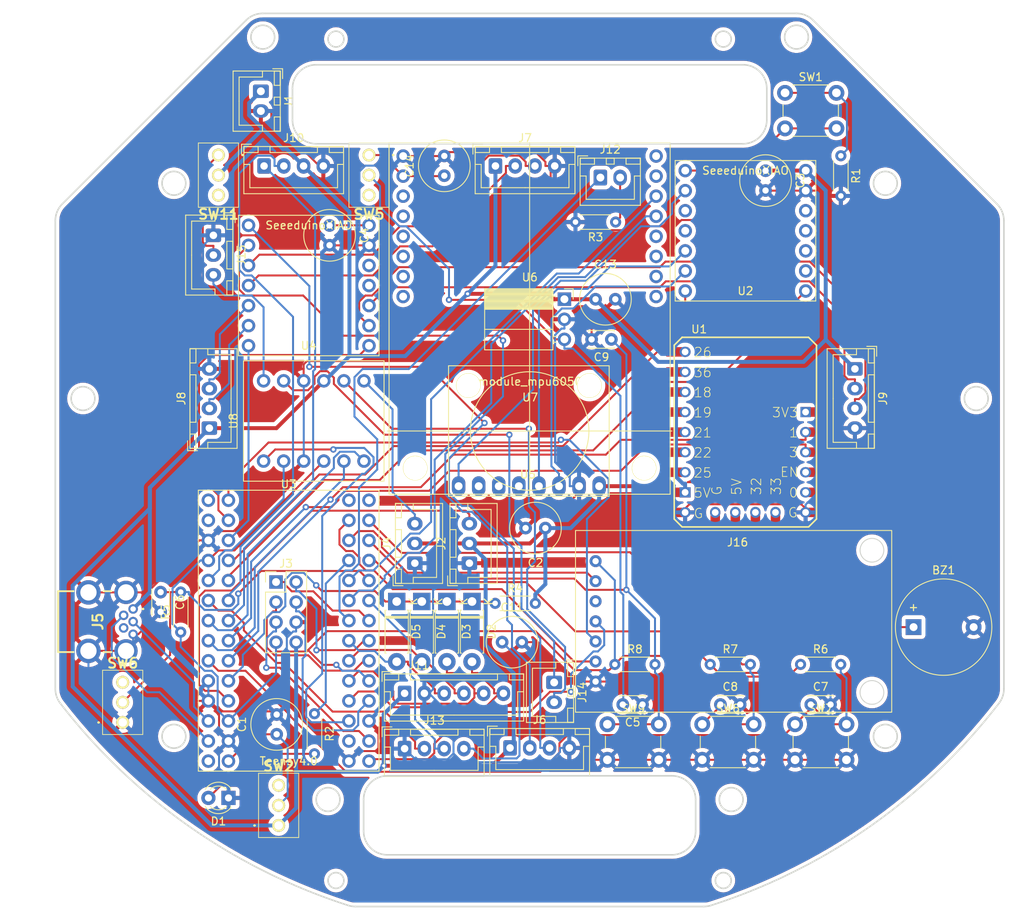
<source format=kicad_pcb>
(kicad_pcb (version 20211014) (generator pcbnew)
  (layers (0 "F.Cu" signal) (31 "B.Cu" signal) (34 "B.Paste" user) (35 "F.Paste" user) (36 "B.SilkS" user "B.Silkscreen") (37 "F.SilkS" user "F.Silkscreen") (38 "B.Mask" user) (39 "F.Mask" user) (44 "Edge.Cuts" user))
  (net 0 "")
  (net 1 "Net-(BZ1-Pad1)")
  (net 2 "GND")
  (net 3 "Net-(C1-Pad1)")
  (net 4 "+5V")
  (net 6 "Net-(C4-Pad1)")
  (net 7 "Net-(C5-Pad2)")
  (net 8 "SW4")
  (net 9 "SW1")
  (net 10 "SW2")
  (net 11 "SW3")
  (net 12 "Net-(C11-Pad1)")
  (net 13 "Net-(C14-Pad1)")
  (net 14 "Net-(D1-Pad2)")
  (net 15 "Intterapt")
  (net 16 "Net-(D2-Pad2)")
  (net 17 "Net-(D3-Pad2)")
  (net 18 "Net-(D4-Pad2)")
  (net 19 "Net-(D5-Pad2)")
  (net 20 "Net-(J2-Pad3)")
  (net 21 "Net-(J3-Pad1)")
  (net 22 "Net-(J3-Pad2)")
  (net 23 "Net-(J3-Pad3)")
  (net 24 "Net-(J3-Pad4)")
  (net 25 "Net-(J3-Pad5)")
  (net 26 "RS")
  (net 27 "Net-(J4-Pad3)")
  (net 28 "Net-(J5-Pad2)")
  (net 29 "Net-(J5-Pad3)")
  (net 31 "Net-(J6-Pad2)")
  (net 32 "Net-(J6-Pad3)")
  (net 33 "Net-(J7-Pad2)")
  (net 34 "Net-(J7-Pad3)")
  (net 35 "Net-(J8-Pad2)")
  (net 36 "Net-(J8-Pad3)")
  (net 37 "Net-(J9-Pad2)")
  (net 38 "Net-(J9-Pad3)")
  (net 39 "Net-(J10-Pad1)")
  (net 40 "Net-(J10-Pad2)")
  (net 41 "/Kicker")
  (net 42 "Net-(J12-Pad2)")
  (net 43 "RX7")
  (net 44 "TX7")
  (net 45 "Net-(J14-Pad1)")
  (net 46 "Net-(J14-Pad2)")
  (net 47 "Net-(J15-Pad2)")
  (net 48 "Net-(J15-Pad3)")
  (net 49 "Net-(R1-Pad1)")
  (net 50 "Net-(R2-Pad1)")
  (net 51 "+3V3")
  (net 52 "Net-(SW1-Pad2)")
  (net 53 "unconnected-(U1-Pad1)")
  (net 54 "unconnected-(U1-Pad2)")
  (net 55 "unconnected-(U1-Pad3)")
  (net 56 "unconnected-(U1-Pad4)")
  (net 57 "unconnected-(U1-Pad5)")
  (net 58 "unconnected-(U1-Pad6)")
  (net 59 "unconnected-(U1-Pad7)")
  (net 60 "unconnected-(U1-Pad10)")
  (net 61 "unconnected-(U1-Pad11)")
  (net 62 "unconnected-(U1-Pad12)")
  (net 63 "unconnected-(U1-Pad13)")
  (net 64 "unconnected-(U1-Pad15)")
  (net 65 "unconnected-(U1-Pad16)")
  (net 66 "TX5")
  (net 67 "RX5")
  (net 68 "unconnected-(U1-Pad19)")
  (net 69 "Net-(U2-Pad2)")
  (net 72 "Net-(U2-Pad5)")
  (net 73 "Net-(U2-Pad6)")
  (net 74 "RX4")
  (net 75 "TX4")
  (net 80 "RX1")
  (net 81 "TX1")
  (net 82 "RX2")
  (net 83 "TX2")
  (net 84 "CS")
  (net 85 "MOSI")
  (net 86 "MISO")
  (net 90 "SCK")
  (net 91 "TX3")
  (net 92 "RX3")
  (net 94 "TX6")
  (net 95 "RX6")
  (net 96 "NeoPixel")
  (footprint "Capacitor_THT:C_Radial_D6.3mm_H11.0mm_P2.50mm" (layer "F.Cu") (at 158.782 133.9847 90)
    (fp_text reference "C1")
    (fp_text value "C_Small")
  )
  (footprint "Capacitor_THT:C_Radial_D6.3mm_H11.0mm_P2.50mm" (layer "F.Cu") (at 220.627 62.6547 -90)
    (fp_text reference "C3")
    (fp_text value "C_Small")
  )
  (footprint "Diode_THT:D_DO-41_SOD81_P7.62mm_Horizontal" (layer "F.Cu") (at 180.317 117.181 -90)
    (fp_text reference "D3")
    (fp_text value "D")
  )
  (footprint "Resistor_THT:R_Axial_DIN0204_L3.6mm_D1.6mm_P5.08mm_Horizontal" (layer "F.Cu") (at 213.627 125.1397)
    (fp_text reference "R7")
    (fp_text value "R")
  )
  (footprint "Capacitor_THT:C_Disc_D3.0mm_W2.0mm_P2.50mm" (layer "F.Cu") (at 201.122 84.001 180)
    (fp_text reference "C9")
    (fp_text value "C")
  )
  (footprint "Library:Akizuki_Logic_Level_converter" (layer "F.Cu") (at 163.477 94.327 90)
    (fp_text reference "U8")
    (fp_text value "Akizuki_Logiv_Level_converter")
  )
  (footprint "Diode_THT:D_DO-41_SOD81_P7.62mm_Horizontal" (layer "F.Cu") (at 173.967 117.181 -90)
    (fp_text reference "D5")
    (fp_text value "D")
  )
  (footprint "Library:MPU6050" (layer "F.Cu") (at 200.847 102.582 -90)
    (fp_text reference "U7")
    (fp_text value "module_mpu6050")
  )
  (footprint "Connector_JST:JST_XH_B4B-XH-A_1x04_P2.50mm_Vertical" (layer "F.Cu") (at 231.932 87.7347 -90)
    (fp_text reference "J9")
    (fp_text value "Conn_01x04")
  )
  (footprint "Connector_JST:JST_XH_B3B-XH-A_1x03_P2.50mm_Vertical" (layer "F.Cu") (at 150.777 70.832 -90)
    (fp_text reference "J15")
    (fp_text value "Conn_01x03")
  )
  (footprint "Connector_JST:JST_XH_B4B-XH-A_1x04_P2.50mm_Vertical" (layer "F.Cu") (at 157.187 62.052)
    (fp_text reference "J10")
    (fp_text value "Conn_01x04")
  )
  (footprint "Resistor_THT:R_Axial_DIN0204_L3.6mm_D1.6mm_P5.08mm_Horizontal" (layer "F.Cu") (at 201.662 69.15 180)
    (fp_text reference "R3")
    (fp_text value "R")
  )
  (footprint "Library:toggleswitch" (layer "F.Cu") (at 170.462 60.672 180)
    (fp_text reference "SW5")
    (fp_text value "SW_SPST" hide)
  )
  (footprint "Capacitor_THT:C_Radial_D6.3mm_H11.0mm_P2.50mm" (layer "F.Cu") (at 187.302 122.3247)
    (fp_text reference "C11")
    (fp_text value "C_Small")
  )
  (footprint "Resistor_THT:R_Axial_DIN0204_L3.6mm_D1.6mm_P5.08mm_Horizontal" (layer "F.Cu") (at 146.642 121.0547 90)
    (fp_text reference "R5")
    (fp_text value "R")
  )
  (footprint "Connector_JST:JST_XH_B4B-XH-A_1x04_P2.50mm_Vertical" (layer "F.Cu") (at 188.302 135.711)
    (fp_text reference "J6")
    (fp_text value "Conn_01x04")
  )
  (footprint "Buzzer_Beeper:Buzzer_12x9.5RM7.6" (layer "F.Cu") (at 239.352 120.4197)
    (fp_text reference "BZ1")
    (fp_text value "Buzzer")
  )
  (footprint "Capacitor_THT:C_Disc_D3.0mm_W2.0mm_P2.50mm" (layer "F.Cu") (at 214.917 130.2197)
    (fp_text reference "C8")
    (fp_text value "C")
  )
  (footprint "Connector_PinHeader_2.54mm:PinHeader_2x04_P2.54mm_Vertical" (layer "F.Cu") (at 158.702 114.7147)
    (fp_text reference "J3")
    (fp_text value "Conn_01x08")
  )
  (footprint "Resistor_THT:R_Axial_DIN0204_L3.6mm_D1.6mm_P5.08mm_Horizontal" (layer "F.Cu") (at 186.422 117.41)
    (fp_text reference "R4")
    (fp_text value "R")
  )
  (footprint "Connector_PinSocket_2.54mm:PinSocket_1x03_P2.54mm_Horizontal" (layer "F.Cu") (at 195.182 78.917)
    (fp_text reference "U6")
    (fp_text value "LF33_TO252")
  )
  (footprint "Connector_JST:JST_XH_B2B-XH-A_1x02_P2.50mm_Vertical" (layer "F.Cu") (at 156.782 52.596 -90)
    (fp_text reference "J1")
    (fp_text value "Conn_01x02")
  )
  (footprint "Library:toggleswitch" (layer "F.Cu") (at 139.302 132.4847)
    (fp_text reference "SW6")
    (fp_text value "SW_DIP_x01" hide)
  )
  (footprint "Library:toggleswitch" (layer "F.Cu") (at 151.412 60.672 180)
    (fp_text reference "SW11")
    (fp_text value "SW_SPST" hide)
  )
  (footprint "Resistor_THT:R_Axial_DIN0204_L3.6mm_D1.6mm_P5.08mm_Horizontal" (layer "F.Cu") (at 230.152 60.761 -90)
    (fp_text reference "R1")
    (fp_text value "R")
  )
  (footprint "Library:Teensy" (layer "F.Cu") (at 160.302 121.3297 180)
    (fp_text reference "U3")
    (fp_text value "Teensy4.0")
  )
  (footprint "Connector_JST:JST_XH_B4B-XH-A_1x04_P2.50mm_Vertical" (layer "F.Cu") (at 150.267 95.2347 90)
    (fp_text reference "J8")
    (fp_text value "Conn_01x04")
  )
  (footprint "Resistor_THT:R_Axial_DIN0204_L3.6mm_D1.6mm_P5.08mm_Horizontal" (layer "F.Cu") (at 225.057 125.1397)
    (fp_text reference "R6")
    (fp_text value "R")
  )
  (footprint "Library:StampPico_template" (layer "F.Cu") (at 218.072 99.7397)
    (fp_text reference "U1")
    (fp_text value "Stamp_Pico" hide)
  )
  (footprint "Capacitor_THT:C_Disc_D3.0mm_W2.0mm_P2.50mm" (layer "F.Cu") (at 205.062 130.2197 180)
    (fp_text reference "C5")
    (fp_text value "C")
  )
  (footprint "Capacitor_THT:C_Radial_D6.3mm_H11.0mm_P2.50mm" (layer "F.Cu") (at 199.122 78.921)
    (fp_text reference "C13")
    (fp_text value "C_Small")
  )
  (footprint "Capacitor_THT:C_Radial_D6.3mm_H11.0mm_P2.50mm" (layer "F.Cu") (at 179.987 63.281 90)
    (fp_text reference "C14")
    (fp_text value "C_Small")
  )
  (footprint "Connector_JST:JST_XH_B3B-XH-A_1x03_P2.50mm_Vertical" (layer "F.Cu") (at 176.262 112.33 90)
    (fp_text reference "J4")
    (fp_text value "Conn_01x03")
  )
  (footprint "Connector_JST:JST_XH_B2B-XH-A_1x02_P2.50mm_Vertical" (layer "F.Cu") (at 193.886 127.4247 -90)
    (fp_text reference "J14")
    (fp_text value "Conn_01x02")
  )
  (footprint "LED_THT:LED_D3.0mm_Clear" (layer "F.Cu") (at 152.687 142.041 180)
    (fp_text reference "D1")
    (fp_text value "LED")
  )
  (footprint "Capacitor_THT:C_Radial_D6.3mm_H11.0mm_P2.50mm" (layer "F.Cu") (at 165.472 69.582 -90)
    (fp_text reference "C4")
    (fp_text value "C_Small")
  )
  (footprint "Library:seeeduinoXIAO" (layer "F.Cu") (at 162.842 77.182 180)
    (fp_text reference "U4")
    (fp_text value "SeeeduinoXIAO")
  )
  (footprint "Connector_JST:JST_XH_B3B-XH-A_1x03_P2.50mm_Vertical" (layer "F.Cu") (at 183.162 112.33 90)
    (fp_text reference "J2")
    (fp_text value "Conn_01x03")
  )
  (footprint "Connector_JST:JST_XH_B6B-XH-A_1x06_P2.50mm_Vertical" (layer "F.Cu") (at 174.967 128.801)
    (fp_text reference "J11")
    (fp_text value "Conn_01x06")
  )
  (footprint "Library:seeeduinoXIAO" (layer "F.Cu") (at 218.087 70.2547 180)
    (fp_text reference "U2")
    (fp_text value "SeeeduinoXIAO")
  )
  (footprint "Library:MUSB5BF01AS" (layer "F.Cu") (at 140.622 119.726 -90)
    (fp_text reference "J5")
    (fp_text value "USB_B_Micro" hide)
  )
  (footprint "Diode_THT:D_DO-41_SOD81_P7.62mm_Horizontal" (layer "F.Cu") (at 177.142 117.181 -90)
    (fp_text reference "D4")
    (fp_text value "D")
  )
  (footprint "Resistor_THT:R_Axial_DIN0204_L3.6mm_D1.6mm_P5.08mm_Horizontal" (layer "F.Cu") (at 163.562 131.38 -90)
    (fp_text reference "R2")
    (fp_text value "R")
  )
  (footprint "Capacitor_THT:C_Radial_D6.3mm_H11.0mm_P2.50mm" (layer "F.Cu") (at 192.772 107.885 180)
    (fp_text reference "C2")
    (fp_text value "C_Small")
  )
  (footprint "Capacitor_THT:C_Disc_D3.0mm_W2.0mm_P2.50mm" (layer "F.Cu") (at 144.102 115.9947 -90)
    (fp_text reference "C6")
    (fp_text value "C")
  )
  (footprint "Connector_JST:JST_XH_B4B-XH-A_1x04_P2.50mm_Vertical" (layer "F.Cu") (at 186.457 62.051)
    (fp_text reference "J7")
    (fp_text value "Conn_01x04")
  )
  (footprint "Capacitor_THT:C_Disc_D3.0mm_W2.0mm_P2.50mm" (layer "F.Cu") (at 226.347 130.2197)
    (fp_text reference "C7")
    (fp_text value "C")
  )
  (footprint "Button_Switch_THT:SW_PUSH_6mm_H5mm" (layer "F.Cu") (at 223.092 52.796)
    (fp_text reference "SW1")
    (fp_text value "SW_Push")
  )
  (footprint "Button_Switch_THT:SW_PUSH_6mm_H5mm" (layer "F.Cu") (at 212.62 132.716)
    (fp_text reference "SW8")
    (fp_text value "SW_Push")
  )
  (footprint "Diode_THT:D_DO-41_SOD81_P7.62mm_Horizontal" (layer "F.Cu") (at 183.492 117.181 -90)
    (fp_text reference "D2")
    (fp_text value "D")
  )
  (footprint "Library:LCD" (layer "F.Cu") (at 196.587 131.1897)
    (fp_text reference "J16")
    (fp_text value "Conn_01x07")
    (fp_circle (center 37.5 -20.5) (end 39 -20.5) (layer "Edge.Cuts") (width 0.12) (fill none))
    (fp_circle (center 37.5 -2.5) (end 39 -2.5) (layer "Edge.Cuts") (width 0.12) (fill none))
  )
  (footprint "Button_Switch_THT:SW_PUSH_6mm_H5mm" (layer "F.Cu") (at 224.362 132.716)
    (fp_text reference "SW7")
    (fp_text value "SW_Push")
  )
  (footprint "Connector_JST:JST_XH_B2B-XH-A_1x02_P2.50mm_Vertical" (layer "F.Cu") (at 199.732 63.521)
    (fp_text reference "J12")
    (fp_text value "Conn_01x02")
  )
  (footprint "Connector_JST:JST_XH_B4B-XH-A_1x04_P2.50mm_Vertical" (layer "F.Cu") (at 174.967 135.801)
    (fp_text reference "J13")
    (fp_text value "Conn_01x04")
  )
  (footprint "Resistor_THT:R_Axial_DIN0204_L3.6mm_D1.6mm_P5.08mm_Horizontal" (layer "F.Cu") (at 201.562 125.1397)
    (fp_text reference "R8")
    (fp_text value "R")
  )
  (footprint "Library:OpenMV" (layer "F.Cu") (at 190.782 103.597 180)
    (fp_text reference "U5")
    (fp_text value "OpenMV")
  )
  (footprint "Button_Switch_THT:SW_PUSH_6mm_H5mm" (layer "F.Cu") (at 200.62 132.716)
    (fp_text reference "SW9")
    (fp_text value "SW_Push")
  )
  (footprint "Library:toggleswitch" (layer "F.Cu") (at 159.032 145.5247)
    (fp_text reference "SW2")
    (fp_text value "SW_SPST" hide)
  )
  (gr_circle (center 134.282005 91.484651) (end 135.782005 91.484651) (layer "Edge.Cuts") (width 0.2) (fill none))
  (gr_circle (center 215.282005 45.99201) (end 216.282005 45.99201) (layer "Edge.Cuts") (width 0.2) (fill none))
  (gr_arc (start 211.782005 146.24201) (mid 210.903325 148.36333) (end 208.782005 149.24201) (layer "Edge.Cuts") (width 0.2))
  (gr_circle (center 235.782005 64.24201) (end 237.282005 64.24201) (layer "Edge.Cuts") (width 0.2) (fill none))
  (gr_line (start 226.660685 43.62069) (end 249.903325 66.86333) (layer "Edge.Cuts") (width 0.2))
  (gr_arc (start 154.903325 43.62069) (mid 155.876595 42.970371) (end 157.024646 42.74201) (layer "Edge.Cuts") (width 0.2))
  (gr_arc (start 163.782005 59.24201) (mid 161.660685 58.36333) (end 160.782005 56.24201) (layer "Edge.Cuts") (width 0.2))
  (gr_line (start 160.782005 52.24201) (end 160.782005 56.24201) (layer "Edge.Cuts") (width 0.2))
  (gr_arc (start 249.903325 66.86333) (mid 250.553644 67.8366) (end 250.782005 68.984651) (layer "Edge.Cuts") (width 0.2))
  (gr_arc (start 208.782005 139.24201) (mid 210.903325 140.12069) (end 211.782005 142.24201) (layer "Edge.Cuts") (width 0.2))
  (gr_line (start 163.782005 59.24201) (end 217.782005 59.24201) (layer "Edge.Cuts") (width 0.2))
  (gr_circle (center 216.282005 142.24201) (end 217.782005 142.24201) (layer "Edge.Cuts") (width 0.2) (fill none))
  (gr_line (start 157.024646 42.74201) (end 224.539364 42.74201) (layer "Edge.Cuts") (width 0.2))
  (gr_line (start 220.782005 56.24201) (end 220.782005 52.24201) (layer "Edge.Cuts") (width 0.2))
  (gr_circle (center 145.782005 64.24201) (end 147.282005 64.24201) (layer "Edge.Cuts") (width 0.2) (fill none))
  (gr_line (start 131.660685 66.86333) (end 154.903325 43.62069) (layer "Edge.Cuts") (width 0.2))
  (gr_arc (start 167.829319 155.64351) (mid 147.676946 145.617525) (end 131.407005 130.063505) (layer "Edge.Cuts") (width 0.2))
  (gr_line (start 250.782005 68.984651) (end 250.782005 128.230645) (layer "Edge.Cuts") (width 0.2))
  (gr_arc (start 131.407005 130.063505) (mid 130.942551 129.198891) (end 130.782005 128.230645) (layer "Edge.Cuts") (width 0.2))
  (gr_arc (start 217.782005 49.24201) (mid 219.903325 50.12069) (end 220.782005 52.24201) (layer "Edge.Cuts") (width 0.2))
  (gr_arc (start 172.782005 149.24201) (mid 170.660685 148.36333) (end 169.782005 146.24201) (layer "Edge.Cuts") (width 0.2))
  (gr_arc (start 169.782005 142.24201) (mid 170.660685 140.12069) (end 172.782005 139.24201) (layer "Edge.Cuts") (width 0.2))
  (gr_line (start 212.816583 155.78745) (end 168.747427 155.78745) (layer "Edge.Cuts") (width 0.2))
  (gr_line (start 211.782005 142.24201) (end 211.782005 146.24201) (layer "Edge.Cuts") (width 0.2))
  (gr_line (start 172.782005 139.24201) (end 208.782005 139.24201) (layer "Edge.Cuts") (width 0.2))
  (gr_arc (start 220.782005 56.24201) (mid 219.903325 58.36333) (end 217.782005 59.24201) (layer "Edge.Cuts") (width 0.2))
  (gr_arc (start 130.782005 68.984651) (mid 131.010366 67.8366) (end 131.660685 66.86333) (layer "Edge.Cuts") (width 0.2))
  (gr_arc (start 213.734691 155.64351) (mid 213.281244 155.751247) (end 212.816583 155.78745) (layer "Edge.Cuts") (width 0.2))
  (gr_arc (start 250.157005 130.063505) (mid 233.887064 145.617525) (end 213.734691 155.64351) (layer "Edge.Cuts") (width 0.2))
  (gr_line (start 130.782005 128.230645) (end 130.782005 68.984651) (layer "Edge.Cuts") (width 0.2))
  (gr_circle (center 235.782005 134.24201) (end 237.282005 134.24201) (layer "Edge.Cuts") (width 0.2) (fill none))
  (gr_arc (start 160.782005 52.24201) (mid 161.660685 50.12069) (end 163.782005 49.24201) (layer "Edge.Cuts") (width 0.2))
  (gr_arc (start 224.539364 42.74201) (mid 225.687415 42.970371) (end 226.660685 43.62069) (layer "Edge.Cuts") (width 0.2))
  (gr_circle (center 224.539364 45.74201) (end 226.039364 45.74201) (layer "Edge.Cuts") (width 0.2) (fill none))
  (gr_circle (center 166.282005 45.99201) (end 167.282005 45.99201) (layer "Edge.Cuts") (width 0.2) (fill none))
  (gr_circle (center 157.024646 45.74201) (end 158.524646 45.74201) (layer "Edge.Cuts") (width 0.2) (fill none))
  (gr_arc (start 168.747427 155.78745) (mid 168.282765 155.751247) (end 167.829319 155.64351) (layer "Edge.Cuts") (width 0.2))
  (gr_circle (center 215.282005 152.49201) (end 216.282005 152.49201) (layer "Edge.Cuts") (width 0.2) (fill none))
  (gr_arc (start 250.782005 128.230645) (mid 250.621459 129.198891) (end 250.157005 130.063505) (layer "Edge.Cuts") (width 0.2))
  (gr_circle (center 247.282005 91.484651) (end 248.782005 91.484651) (layer "Edge.Cuts") (width 0.2) (fill none))
  (gr_circle (center 166.282005 152.49201) (end 167.282005 152.49201) (layer "Edge.Cuts") (width 0.2) (fill none))
  (gr_line (start 217.782005 49.24201) (end 163.782005 49.24201) (layer "Edge.Cuts") (width 0.2))
  (gr_line (start 208.782005 149.24201) (end 172.782005 149.24201) (layer "Edge.Cuts") (width 0.2))
  (gr_circle (center 165.282005 142.24201) (end 166.782005 142.24201) (layer "Edge.Cuts") (width 0.2) (fill none))
  (gr_circle (center 145.782005 134.24201) (end 147.282005 134.24201) (layer "Edge.Cuts") (width 0.2) (fill none))
  (gr_line (start 169.782005 146.24201) (end 169.782005 142.24201) (layer "Edge.Cuts") (width 0.2))
  (segment (start 173.9347 114.7261) (end 190.317 114.7261) (width 0.25) (layer "F.Cu") (net 1))
  (segment (start 217.1343 126.2131) (end 220.656 126.2131) (width 0.25) (layer "F.Cu") (net 1))
  (segment (start 211.8809 120.9597) (end 217.1343 126.2131) (width 0.25) (layer "F.Cu") (net 1))
  (segment (start 171.1883 111.9797) (end 173.9347 114.7261) (width 0.25) (layer "F.Cu") (net 1))
  (segment (start 196.5506 120.9597) (end 211.8809 120.9597) (width 0.25) (layer "F.Cu") (net 1))
  (segment (start 226.4494 120.4197) (end 239.352 120.4197) (width 0.25) (layer "F.Cu") (net 1))
  (segment (start 190.317 114.7261) (end 196.5506 120.9597) (width 0.25) (layer "F.Cu") (net 1))
  (segment (start 220.656 126.2131) (end 226.4494 120.4197) (width 0.25) (layer "F.Cu") (net 1))
  (segment (start 170.462 111.9797) (end 171.1883 111.9797) (width 0.25) (layer "F.Cu") (net 1))
  (segment (start 140.622 121.326) (end 141.2707 121.326) (width 0.25) (layer "F.Cu") (net 2))
  (segment (start 225.6922 105.9) (end 225.6922 105.4123) (width 0.25) (layer "F.Cu") (net 2))
  (segment (start 191.539 60.2941) (end 192.7817 61.5368) (width 0.25) (layer "F.Cu") (net 2))
  (segment (start 210.3975 105.9) (end 210.3975 105.467) (width 0.25) (layer "F.Cu") (net 2))
  (segment (start 142.027 129.7597) (end 150.142 129.7597) (width 0.25) (layer "F.Cu") (net 2))
  (segment (start 220.627 65.1547) (end 220.647 65.1747) (width 0.25) (layer "F.Cu") (net 2))
  (segment (start 198.4823 137.216) (end 196.9773 135.711) (width 0.25) (layer "F.Cu") (net 2))
  (segment (start 192.4349 105.7221) (end 190.272 107.885) (width 0.25) (layer "F.Cu") (net 2))
  (segment (start 162.1941 87.7347) (end 162.1941 89.2341) (width 0.25) (layer "F.Cu") (net 2))
  (segment (start 209.0722 105.9) (end 210.3975 105.9) (width 0.25) (layer "F.Cu") (net 2))
  (segment (start 167.922 137.3797) (end 169.192 136.1097) (width 0.25) (layer "F.Cu") (net 2))
  (segment (start 220.647 65.1747) (end 225.707 65.1747) (width 0.25) (layer "F.Cu") (net 2))
  (segment (start 197.037 103.3696) (end 197.037 104.1573) (width 0.25) (layer "F.Cu") (net 2))
  (segment (start 246.952 120.4197) (end 241.2066 126.1651) (width 0.25) (layer "F.Cu") (net 2))
  (segment (start 196.582 69.15) (end 197.6073 69.15) (width 0.25) (layer "F.Cu") (net 2))
  (segment (start 164.687 62.052) (end 164.1714 62.052) (width 0.25) (layer "F.Cu") (net 2))
  (segment (start 162.1941 87.7347) (end 151.5673 87.7347) (width 0.25) (layer "F.Cu") (net 2))
  (segment (start 212.62 137.216) (end 219.12 137.216) (width 0.25) (layer "F.Cu") (net 2))
  (segment (start 241.2066 126.1651) (end 232.9016 126.1651) (width 0.25) (layer "F.Cu") (net 2))
  (segment (start 216.8916 68.8901) (end 209.9949 68.8901) (width 0.25) (layer "F.Cu") (net 2))
  (segment (start 200.62 137.216) (end 198.4823 137.216) (width 0.25) (layer "F.Cu") (net 2))
  (segment (start 193.4414 62.051) (end 192.7817 62.051) (width 0.25) (layer "F.Cu") (net 2))
  (segment (start 230.862 137.216) (end 224.362 137.216) (width 0.25) (layer "F.Cu") (net 2))
  (segment (start 198.6326 70.1753) (end 197.6073 69.15) (width 0.25) (layer "F.Cu") (net 2))
  (segment (start 199.127 127.3097) (end 196.4663 127.3097) (width 0.25) (layer "F.Cu") (net 2))
  (segment (start 174.782 60.798) (end 179.97 60.798) (width 0.25) (layer "F.Cu") (net 2))
  (segment (start 170.462 72.102) (end 165.492 72.102) (width 0.25) (layer "F.Cu") (net 2))
  (segment (start 198.7797 105.9) (end 197.037 104.1573) (width 0.25) (layer "F.Cu") (net 2))
  (segment (start 150.142 109.4397) (end 151.3174 108.2643) (width 0.25) (layer "F.Cu") (net 2))
  (segment (start 171.6671 133.5048) (end 170.462 132.2997) (width 0.25) (layer "F.Cu") (net 2))
  (segment (start 202.152 127.3097) (end 199.127 127.3097) (width 0.25) (layer "F.Cu") (net 2))
  (segment (start 171.6671 135.801) (end 171.6671 133.5048) (width 0.25) (layer "F.Cu") (net 2))
  (segment (start 139.722 123.426) (end 134.972 123.426) (width 0.25) (layer "F.Cu") (net 2))
  (segment (start 198.622 81.457) (end 199.086 81.457) (width 0.25) (layer "F.Cu") (net 2))
  (segment (start 151.3174 108.2643) (end 153.3497 108.2643) (width 0.25) (layer "F.Cu") (net 2))
  (segment (start 150.267 87.7347) (end 151.5673 87.7347) (width 0.25) (layer "F.Cu") (net 2))
  (segment (start 151.4914 133.6491) (end 151.4914 131.0866) (width 0.25) (layer "F.Cu") (net 2))
  (segment (start 191.4813 122.3247) (end 189.802 122.3247) (width 0.25) (layer "F.Cu") (net 2))
  (segment (start 220.627 65.1547) (end 216.8916 68.8901) (width 0.25) (layer "F.Cu") (net 2))
  (segment (start 195.802 135.711) (end 196.9773 135.711) (width 0.25) (layer "F.Cu") (net 2))
  (segment (start 174.967 135.801) (end 171.6671 135.801) (width 0.25) (layer "F.Cu") (net 2))
  (segment (start 139.302 132.4847) (end 142.027 129.7597) (width 0.25) (layer "F.Cu") (net 2))
  (segment (start 195.182 81.457) (end 196.2447 81.457) (width 0.25) (layer "F.Cu") (net 2))
  (segment (start 152.682 134.8397) (end 151.4914 133.6491) (width 0.25) (layer "F.Cu") (net 2))
  (segment (start 141.2707 121.326) (end 144.102 118.4947) (width 0.25) (layer "F.Cu") (net 2))
  (segment (start 227.0722 105.9) (end 225.7469 105.9) (width 0.25) (layer "F.Cu") (net 2))
  (segment (start 225.1537 104.8738) (end 225.6922 105.4123) (width 0.25) (layer "F.Cu") (net 2))
  (segment (start 210.3975 105.467) (end 210.4522 105.4123) (width 0.25) (layer "F.Cu") (net 2))
  (segment (start 203.437 70.1753) (end 198.6326 70.1753) (width 0.25) (layer "F.Cu") (net 2))
  (segment (start 171.3584 136.1097) (end 171.6671 135.801) (width 0.25) (layer "F.Cu") (net 2))
  (segment (start 225.707 65.1747) (end 228.4604 65.1747) (width 0.25) (layer "F.Cu") (net 2))
  (segment (start 210.4522 105.4123) (end 210.9907 104.8738) (width 0.25) (layer "F.Cu") (net 2))
  (segment (start 165.492 72.102) (end 165.472 72.082) (width 0.25) (layer "F.Cu") (net 2))
  (segment (start 142.0275 116.4202) (end 149.008 109.4397) (width 0.25) (layer "F.Cu") (net 2))
  (segment (start 151.4689 131.0866) (end 151.4914 131.0866) (width 0.25) (layer "F.Cu") (net 2))
  (segment (start 193.4414 62.051) (end 193.4414 64.9841) (width 0.25) (layer "F.Cu") (net 2))
  (segment (start 209.197 69.688) (end 203.9243 69.688) (width 0.25) (layer "F.Cu") (net 2))
  (segment (start 164.1714 62.052) (end 158.1073 55.9879) (width 0.25) (layer "F.Cu") (net 2))
  (segment (start 150.142 129.7597) (end 151.4689 131.0866) (width 0.25) (layer "F.Cu") (net 2))
  (segment (start 230.152 65.841) (end 229.1267 65.841) (width 0.25) (layer "F.Cu") (net 2))
  (segment (start 197.037 103.3696) (end 194.6845 105.7221) (width 0.25) (layer "F.Cu") (net 2))
  (segment (start 193.4414 64.9841) (end 196.582 68.1247) (width 0.25) (layer "F.Cu") (net 2))
  (segment (start 193.957 62.051) (end 193.4414 62.051) (width 0.25) (layer "F.Cu") (net 2))
  (segment (start 196.582 69.15) (end 196.582 68.1247) (width 0.25) (layer "F.Cu") (net 2))
  (segment (start 151.4914 131.0866) (end 158.3839 131.0866) (width 0.25) (layer "F.Cu") (net 2))
  (segment (start 197.037 102.582) (end 197.037 103.3696) (width 0.25) (layer "F.Cu") (net 2))
  (segment (start 141.6333 116.026) (end 139.722 116.026) (width 0.25) (layer "F.Cu") (net 2))
  (segment (start 179.987 60.781) (end 180.4739 60.2941) (width 0.25) (layer "F.Cu") (net 2))
  (segment (start 162.1941 87.1703) (end 162.1941 87.7347) (width 0.25) (layer "F.Cu") (net 2))
  (segment (start 153.3497 108.2643) (end 162.207 99.407) (width 0.25) (layer "F.Cu") (net 2))
  (segment (start 205.062 130.2197) (end 202.152 127.3097) (width 0.25) (layer "F.Cu") (net 2))
  (segment (start 196.4663 127.3097) (end 191.4813 122.3247) (width 0.25) (layer "F.Cu") (net 2))
  (segment (start 149.008 109.4397) (end 150.142 109.4397) (width 0.25) (layer "F.Cu") (net 2))
  (segment (start 162.1941 89.2341) (end 162.207 89.247) (width 0.25) (layer "F.Cu") (net 2))
  (segment (start 210.4522 105.9) (end 210.4522 105.4123) (width 0.25) (layer "F.Cu") (net 2))
  (segment (start 179.97 60.798) (end 179.987 60.781) (width 0.25) (layer "F.Cu") (net 2))
  (segment (start 169.192 136.1097) (end 171.3584 136.1097) (width 0.25) (layer "F.Cu") (net 2))
  (segment (start 225.6922 105.4123) (end 225.7469 105.467) (width 0.25) (layer "F.Cu") (net 2))
  (segment (start 207.12 137.216) (end 200.62 137.216) (width 0.25) (layer "F.Cu") (net 2))
  (segment (start 158.1073 55.9879) (end 158.1073 55.096) (width 0.25) (layer "F.Cu") (net 2))
  (segment (start 232.9016 126.1651) (end 228.847 130.2197) (width 0.25) (layer "F.Cu") (net 2))
  (segment (start 196.2447 81.457) (end 198.622 81.457) (width 0.25) (layer "F.Cu") (net 2))
  (segment (start 195.8776 86.7454) (end 162.619 86.7454) (width 0.25) (layer "F.Cu") (net 2))
  (segment (start 203.9243 69.688) (end 203.437 70.1753) (width 0.25) (layer "F.Cu") (net 2))
  (segment (start 225.7469 105.467) (end 225.7469 105.9) (width 0.25) (layer "F.Cu") (net 2))
  (segment (start 209.9949 68.8901) (end 209.197 69.688) (width 0.25) (layer "F.Cu") (net 2))
  (segment (start 139.722 116.026) (end 134.972 116.026) (width 0.25) (layer "F.Cu") (net 2))
  (segment (start 150.777 70.832) (end 164.222 70.832) (width 0.25) (layer "F.Cu") (net 2))
  (segment (start 228.4604 65.1747) (end 229.1267 65.841) (width 0.25) (layer "F.Cu") (net 2))
  (segment (start 162.619 86.7454) (end 162.1941 87.1703) (width 0.25) (layer "F.Cu") (net 2))
  (segment (start 158.3839 131.0866) (end 158.782 131.4847) (width 0.25) (layer "F.Cu") (net 2))
  (segment (start 212.62 137.216) (end 207.12 137.216) (width 0.25) (layer "F.Cu") (net 2))
  (segment (start 198.622 84.001) (end 195.8776 86.7454) (width 0.25) (layer "F.Cu") (net 2))
  (segment (start 164.222 70.832) (end 165.472 72.082) (width 0.25) (layer "F.Cu") (net 2))
  (segment (start 210.9907 104.8738) (end 225.1537 104.8738) (width 0.25) (layer "F.Cu") (net 2))
  (segment (start 144.102 118.4947) (end 142.0275 116.4202) (width 0.25) (layer "F.Cu") (net 2))
  (segment (start 194.6845 105.7221) (end 192.4349 105.7221) (width 0.25) (layer "F.Cu") (net 2))
  (segment (start 224.362 137.216) (end 219.12 137.216) (width 0.25) (layer "F.Cu") (net 2))
  (segment (start 142.0275 116.4202) (end 141.6333 116.026) (width 0.25) (layer "F.Cu") (net 2))
  (segment (start 180.4739 60.2941) (end 191.539 60.2941) (width 0.25) (layer "F.Cu") (net 2))
  (segment (start 156.782 55.096) (end 158.1073 55.096) (width 0.25) (layer "F.Cu") (net 2))
  (segment (start 183.162 112.33) (end 176.262 112.33) (width 0.25) (layer "F.Cu") (net 2))
  (segment (start 192.7817 61.5368) (end 192.7817 62.051) (width 0.25) (layer "F.Cu") (net 2))
  (segment (start 209.0722 105.9) (end 198.7797 105.9) (width 0.25) (layer "F.Cu") (net 2))
  (segment (start 199.086 81.457) (end 201.622 78.921) (width 0.25) (layer "F.Cu") (net 2))
  (segment (start 198.622 81.457) (end 198.622 84.001) (width 0.25) (layer "F.Cu") (net 2))
  (segment (start 195.802 135.711) (end 194.6267 135.711) (width 0.25) (layer "B.Cu") (net 2))
  (segment (start 194.6267 136.2252) (end 194.6267 135.711) (width 0.25) (layer "B.Cu") (net 2))
  (segment (start 195.8617 102.582) (end 195.8617 101.4067) (width 0.25) (layer "B.Cu") (net 2))
  (segment (start 152.687 140.8157) (end 151.4914 139.6201) (width 0.25) (layer "B.Cu") (net 2))
  (segment (start 151.4914 136.0303) (end 152.682 134.8397) (width 0.25) (layer "B.Cu") (net 2))
  (segment (start 194.0067 83.4402) (end 194.8146 82.6323) (width 0.25) (layer "B.Cu") (net 2))
  (segment (start 134.972 128.1547) (end 139.302 132.4847) (width 0.25) (layer "B.Cu") (net 2))
  (segment (start 181.1518 136.4098) (end 180.4088 137.1528) (width 0.25) (layer "B.Cu") (net 2))
  (segment (start 174.782 60.798) (end 173.569 62.011) (width 0.25) (layer "B.Cu") (net 2))
  (segment (start 169.2501 62.761) (end 166.5713 62.761) (width 0.25) (layer "B.Cu") (net 2))
  (segment (start 194.0067 99.5517) (end 194.0067 83.4402) (width 0.25) (layer "B.Cu") (net 2))
  (segment (start 195.8617 101.4067) (end 194.0067 99.5517) (width 0.25) (layer "B.Cu") (net 2))
  (segment (start 228.847 110.0301) (end 225.6922 106.8753) (width 0.25) (layer "B.Cu") (net 2))
  (segment (start 197.037 102.582) (end 195.8617 102.582) (width 0.25) (layer "B.Cu") (net 2))
  (segment (start 170.0001 62.011) (end 169.2501 62.761) (width 0.25) (layer "B.Cu") (net 2))
  (segment (start 151.4914 139.6201) (end 151.4914 136.0303) (width 0.25) (layer "B.Cu") (net 2))
  (segment (start 152.687 142.041) (end 152.687 140.8157) (width 0.25) (layer "B.Cu") (net 2))
  (segment (start 149.4708 85.7632) (end 149.4708 72.1382) (width 0.25) (layer "B.Cu") (net 2))
  (segment (start 193.334 137.5179) (end 194.6267 136.2252) (width 0.25) (layer "B.Cu") (net 2))
  (segment (start 207.12 137.216) (end 205.062 135.158) (width 0.25) (layer "B.Cu") (net 2))
  (segment (start 150.142 127.2197) (end 150.142 129.7597) (width 0.25) (layer "B.Cu") (net 2))
  (segment (start 150.267 86.5594) (end 149.4708 85.7632) (width 0.25) (layer "B.Cu") (net 2))
  (segment (start 178.5674 114.6354) (end 176.262 112.33) (width 0.25) (layer "B.Cu") (net 2))
  (segment (start 149.4708 72.1382) (end 150.777 70.832) (width 0.25) (layer "B.Cu") (net 2))
  (segment (start 195.182 81.457) (end 195.182 82.6323) (width 0.25) (layer "B.Cu") (net 2))
  (segment (start 160.8746 120.97) (end 161.242 120.97) (width 0.25) (layer "B.Cu") (net 2))
  (segment (start 217.417 130.2197) (end 217.417 135.513) (width 0.25) (layer "B.Cu") (net 2))
  (segment (start 231.932 98.6849) (end 231.932 95.2347) (width 0.25) (layer "B.Cu") (net 2))
  (segment (start 166.5713 62.761) (end 165.8623 62.052) (width 0.25) (layer "B.Cu") (net 2))
  (segment (start 228.847 135.201) (end 228.847 130.2197) (width 0.25) (layer "B.Cu") (net 2))
  (segment (start 228.847 130.2197) (end 228.847 110.0301) (width 0.25) (layer "B.Cu") (net 2))
  (segment (start 194.8146 82.6323) (end 195.182 82.6323) (width 0.25) (layer "B.Cu") (net 2))
  (segment (start 230.862 137.216) (end 228.847 135.201) (width 0.25) (layer "B.Cu") (net 2))
  (segment (start 161.242 119.7947) (end 161.242 120.97) (width 0.25) (layer "B.Cu") (net 2))
  (segment (start 180.4088 137.1528) (end 176.3188 137.1528) (width 0.25) (layer "B.Cu") (net 2))
  (segment (start 225.6922 105.9) (end 225.6922 104.9247) (width 0.25) (layer "B.Cu") (net 2))
  (segment (start 225.6922 105.9) (end 225.6922 106.8753) (width 0.25) (layer "B.Cu") (net 2))
  (segment (start 181.1518 136.4098) (end 182.2599 137.5179) (width 0.25) (layer "B.Cu") (net 2))
  (segment (start 160.0667 121.7779) (end 160.8746 120.97) (width 0.25) (layer "B.Cu") (net 2))
  (segment (start 176.3188 137.1528) (end 174.967 135.801) (width 0.25) (layer "B.Cu") (net 2))
  (segment (start 178.0547 128.801) (end 178.5674 128.2883) (width 0.25) (layer "B.Cu") (net 2))
  (segment (start 217.417 135.513) (end 219.12 137.216) (width 0.25) (layer "B.Cu") (net 2))
  (segment (start 169.2501 62.761) (end 169.2501 70.8901) (width 0.25) (layer "B.Cu") (net 2))
  (segment (start 134.972 123.426) (end 134.972 128.1547) (width 0.25) (layer "B.Cu") (net 2))
  (segment (start 158.782 131.4847) (end 160.0667 130.2) (width 0.25) (layer "B.Cu") (net 2))
  (segment (start 225.6922 104.9247) (end 231.932 98.6849) (width 0.25) (layer "B.Cu") (net 2))
  (segment (start 178.5674 128.2883) (end 178.5674 114.6354) (width 0.25) (layer "B.Cu") (net 2))
  (segment (start 205.062 135.158) (end 205.062 130.2197) (width 0.25) (layer "B.Cu") (net 2))
  (segment (start 181.1518 136.4098) (end 181.1518 131.8981) (width 0.25) (layer "B.Cu") (net 2))
  (segment (start 169.2501 70.8901) (end 170.462 72.102) (width 0.25) (layer "B.Cu") (net 2))
  (segment (start 160.0667 130.2) (end 160.0667 121.7779) (width 0.25) (layer "B.Cu") (net 2))
  (segment (start 173.569 62.011) (end 170.0001 62.011) (width 0.25) (layer "B.Cu") (net 2))
  (segment (start 140.622 122.526) (end 139.722 123.426) (width 0.25) (layer "B.Cu") (net 2))
  (segment (start 177.467 128.801) (end 178.0547 128.801) (width 0.25) (layer "B.Cu") (net 2))
  (segment (start 140.622 121.326) (end 140.622 122.526) (width 0.25) (layer "B.Cu") (net 2))
  (segment (start 164.687 62.052) (end 165.8623 62.052) (width 0.25) (layer "B.Cu") (net 2))
  (segment (start 181.1518 131.8981) (end 178.0547 128.801) (width 0.25) (layer "B.Cu") (net 2))
  (segment (start 182.2599 137.5179) (end 193.334 137.5179) (width 0.25) (layer "B.Cu") (net 2))
  (segment (start 150.267 87.7347) (end 150.267 86.5594) (width 0.25) (layer "B.Cu") (net 2))
  (segment (start 162.207 99.407) (end 162.207 89.247) (width 0.25) (layer "B.Cu") (net 2))
  (segment (start 156.077 133.9847) (end 158.782 133.9847) (width 0.25) (layer "F.Cu") (net 3))
  (segment (start 152.682 137.3797) (end 156.077 133.9847) (width 0.25) (layer "F.Cu") (net 3))
  (segment (start 160.1763 135.379) (end 158.782 133.9847) (width 0.25) (layer "B.Cu") (net 3))
  (segment (start 160.1763 141.8404) (end 160.1763 135.379) (width 0.25) (layer "B.Cu") (net 3))
  (segment (start 159.032 142.9847) (end 160.1763 141.8404) (width 0.25) (layer "B.Cu") (net 3))
  (segment (start 220.647 62.6347) (end 220.627 62.6547) (width 0.5) (layer "F.Cu") (net 4))
  (segment (start 195.182 78.917) (end 196.4823 78.917) (width 0.5) (layer "F.Cu") (net 4))
  (segment (start 193.1982 78.2335) (end 193.8817 78.917) (width 0.5) (layer "F.Cu") (net 4))
  (segment (start 190.827 109.83) (end 183.162 109.83) (width 0.5) (layer "F.Cu") (net 4))
  (segment (start 158.7593 95.2347) (end 150.267 95.2347) (width 0.5) (layer "F.Cu") (net 4))
  (segment (start 206.8439 102.582) (end 199.577 102.582) (width 0.5) (layer "F.Cu") (net 4))
  (segment (start 199.122 78.921) (end 196.4863 78.921) (width 0.5) (layer "F.Cu") (net 4))
  (segment (start 172.3233 137.9674) (end 186.0456 137.9674) (width 0.5) (layer "F.Cu") (net 4))
  (segment (start 182.9331 78.2335) (end 193.1982 78.2335) (width 0.5) (layer "F.Cu") (net 4))
  (segment (start 183.162 109.83) (end 176.262 109.83) (width 0.5) (layer "F.Cu") (net 4))
  (segment (start 225.707 62.6347) (end 220.647 62.6347) (width 0.5) (layer "F.Cu") (net 4))
  (segment (start 164.747 89.247) (end 158.7593 95.2347) (width 0.5) (layer "F.Cu") (net 4))
  (segment (start 209.0722 103.36) (end 210.4522 103.36) (width 0.5) (layer "F.Cu") (net 4))
  (segment (start 207.6219 103.36) (end 206.8439 102.582) (width 0.5) (layer "F.Cu") (net 4))
  (segment (start 192.772 107.885) (end 190.827 109.83) (width 0.5) (layer "F.Cu") (net 4))
  (segment (start 209.0722 103.36) (end 207.6219 103.36) (width 0.5) (layer "F.Cu") (net 4))
  (segment (start 186.0456 137.9674) (end 188.302 135.711) (width 0.5) (layer "F.Cu") (net 4))
  (segment (start 196.4863 78.921) (end 196.4823 78.917) (width 0.5) (layer "F.Cu") (net 4))
  (segment (start 195.182 78.917) (end 193.8817 78.917) (width 0.5) (layer "F.Cu") (net 4))
  (via (at 172.3233 137.9674) (size 0.8) (drill 0.4) (layers "F.Cu" "B.Cu") (net 4))
  (via (at 182.9331 78.2335) (size 0.8) (drill 0.4) (layers "F.Cu" "B.Cu") (net 4))
  (segment (start 159.032 145.5247) (end 161.242 143.3147) (width 0.5) (layer "B.Cu") (net 4))
  (segment (start 209.2979 101.3805) (end 209.2979 86.85) (width 0.5) (layer "B.Cu") (net 4))
  (segment (start 199.577 102.582) (end 199.577 104.2823) (width 0.5) (layer "B.Cu") (net 4))
  (segment (start 155.2982 54.0798) (end 155.2982 55.6341) (width 0.5) (layer "B.Cu") (net 4))
  (segment (start 164.747 89.247) (end 164.8551 89.247) (width 0.5) (layer "B.Cu") (net 4))
  (segment (start 207.051 86.85) (end 209.2979 86.85) (width 0.5) (layer "B.Cu") (net 4))
  (segment (start 159.591 59.9269) (end 160.0619 59.9269) (width 0.5) (layer "B.Cu") (net 4))
  (segment (start 172.3233 131.4447) (end 172.3233 137.9674) (width 0.5) (layer "B.Cu") (net 4))
  (segment (start 210.4522 102.2597) (end 210.1771 102.2597) (width 0.5) (layer "B.Cu") (net 4))
  (segment (start 210.1771 102.2597) (end 209.2979 101.3805) (width 0.5) (layer "B.Cu") (net 4))
  (segment (start 157.0268 57.3626) (end 159.591 59.9269) (width 0.5) (layer "B.Cu") (net 4))
  (segment (start 167.9896 67.8546) (end 162.187 62.052) (width 0.5) (layer "B.Cu") (net 4))
  (segment (start 182.9331 78.2335) (end 175.0541 86.1125) (width 0.5) (layer "B.Cu") (net 4))
  (segment (start 231.932 87.7347) (end 228.2388 84.0415) (width 0.5) (layer "B.Cu") (net 4))
  (segment (start 142.7392 116.0088) (end 142.7392 102.7625) (width 0.5) (layer "B.Cu") (net 4))
  (segment (start 164.8551 89.247) (end 167.9896 86.1125) (width 0.5) (layer "B.Cu") (net 4))
  (segment (start 192.772 107.885) (end 195.9743 107.885) (width 0.5) (layer "B.Cu") (net 4))
  (segment (start 191.502 116.2597) (end 192.772 114.9897) (width 0.5) (layer "B.Cu") (net 4))
  (segment (start 186.457 74.7096) (end 182.9331 78.2335) (width 0.5) (layer "B.Cu") (net 4))
  (segment (start 161.242 122.3347) (end 161.242 123.635) (width 0.5) (layer "B.Cu") (net 4))
  (segment (start 195.9743 107.885) (end 199.577 104.2823) (width 0.5) (layer "B.Cu") (net 4))
  (segment (start 174.967 128.801) (end 172.3233 131.4447) (width 0.5) (layer "B.Cu") (net 4))
  (segment (start 167.9896 86.1125) (end 167.9896 67.8546) (width 0.5) (layer "B.Cu") (net 4))
  (segment (start 185.2169 111.8849) (end 183.162 109.83) (width 0.5) (layer "B.Cu") (net 4))
  (segment (start 156.782 52.596) (end 155.2982 54.0798) (width 0.5) (layer "B.Cu") (net 4))
  (segment (start 132.977489 115.161167) (end 142.7392 105.399456) (width 0.5) (layer "B.Cu") (net 4))
  (segment (start 157.0268 57.3626) (end 152.4592 61.9302) (width 0.5) (layer "B.Cu") (net 4))
  (segment (start 188.7719 135.2411) (end 188.7719 126.2667) (width 0.5) (layer "B.Cu") (net 4))
  (segment (start 155.2982 55.6341) (end 157.0268 57.3626) (width 0.5) (layer "B.Cu") (net 4))
  (segment (start 142.7392 105.399456) (end 142.7392 102.7625) (width 0.5) (layer "B.Cu") (net 4))
  (segment (start 152.4592 62.1648) (end 151.412 63.212) (width 0.5) (layer "B.Cu") (net 4))
  (segment (start 188.302 135.711) (end 188.7719 135.2411) (width 0.5) (layer "B.Cu") (net 4))
  (segment (start 171.5613 138.7294) (end 161.242 138.7294) (width 0.5) (layer "B.Cu") (net 4))
  (segment (start 191.502 117.41) (end 191.502 116.2597) (width 0.5) (layer "B.Cu") (net 4))
  (segment (start 161.242 123.635) (end 161.242 138.7294) (width 0.5) (layer "B.Cu") (net 4))
  (segment (start 192.772 114.9897) (end 192.772 107.885) (width 0.5) (layer "B.Cu") (net 4))
  (segment (start 172.3233 137.9674) (end 171.5613 138.7294) (width 0.5) (layer "B.Cu") (net 4))
  (segment (start 142.7392 102.7625) (end 150.267 95.2347) (width 0.5) (layer "B.Cu") (net 4))
  (segment (start 140.622 118.126) (end 142.7392 116.0088) (width 0.5) (layer "B.Cu") (net 4))
  (segment (start 159.032 145.5247) (end 150.550175 145.5247) (width 0.5) (layer "B.Cu") (net 4))
  (segment (start 152.4592 61.9302) (end 152.4592 62.1648) (width 0.5) (layer "B.Cu") (net 4))
  (segment (start 186.457 62.051) (end 186.457 74.7096) (width 0.5) (layer "B.Cu") (net 4))
  (segment (start 199.122 78.921) (end 207.051 86.85) (width 0.5) (layer "B.Cu") (net 4))
  (segment (start 225.4303 86.85) (end 228.2388 84.0415) (width 0.5) (layer "B.Cu") (net 4))
  (segment (start 161.242 143.3147) (end 161.242 138.7294) (width 0.5) (layer "B.Cu") (net 4))
  (segment (start 132.977489 127.952014) (end 132.977489 115.161167) (width 0.5) (layer "B.Cu") (net 4))
  (segment (start 160.0619 59.9269) (end 162.187 62.052) (width 0.5) (layer "B.Cu") (net 4))
  (segment (start 210.4522 103.36) (end 210.4522 102.2597) (width 0.5) (layer "B.Cu") (net 4))
  (segment (start 188.7719 126.2667) (end 185.2169 122.7117) (width 0.5) (layer "B.Cu") (net 4))
  (segment (start 150.550175 145.5247) (end 132.977489 127.952014) (width 0.5) (layer "B.Cu") (net 4))
  (segment (start 185.2169 122.7117) (end 185.2169 111.8849) (width 0.5) (layer "B.Cu") (net 4))
  (segment (start 228.2388 65.1665) (end 225.707 62.6347) (width 0.5) (layer "B.Cu") (net 4))
  (segment (start 228.2388 84.0415) (end 228.2388 65.1665) (width 0.5) (layer "B.Cu") (net 4))
  (segment (start 209.2979 86.85) (end 225.4303 86.85) (width 0.5) (layer "B.Cu") (net 4))
  (segment (start 175.0541 86.1125) (end 167.9896 86.1125) (width 0.5) (layer "B.Cu") (net 4))
  (segment (start 170.462 69.562) (end 165.492 69.562) (width 0.25) (layer "F.Cu") (net 6))
  (segment (start 165.492 69.562) (end 165.472 69.582) (width 0.25) (layer "F.Cu") (net 6))
  (segment (start 195.182 83.997) (end 194.0067 83.997) (width 0.25) (layer "F.Cu") (net 7))
  (segment (start 180.5836 78.9953) (end 189.005 78.9953) (width 0.25) (layer "F.Cu") (net 7))
  (segment (start 189.005 78.9953) (end 194.0067 83.997) (width 0.25) (layer "F.Cu") (net 7))
  (via (at 180.5836 78.9953) (size 0.8) (drill 0.4) (layers "F.Cu" "B.Cu") (net 7))
  (segment (start 170.462 63.212) (end 171.8591 64.6091) (width 0.25) (layer "B.Cu") (net 7))
  (segment (start 196.2838 85.1723) (end 195.182 85.1723) (width 0.25) (layer "B.Cu") (net 7))
  (segment (start 195.182 83.997) (end 195.182 85.1723) (width 0.25) (layer "B.Cu") (net 7))
  (segment (start 202.2696 91.1581) (end 196.2838 85.1723) (width 0.25) (layer "B.Cu") (net 7))
  (segment (start 202.6313 130.1504) (end 202.6313 116.3379) (width 0.25) (layer "B.Cu") (net 7))
  (segment (start 175.1872 69.688) (end 180.5836 75.0844) (width 0.25) (layer "B.Cu") (net 7))
  (segment (start 180.5836 75.0844) (end 180.5836 78.9953) (width 0.25) (layer "B.Cu") (net 7))
  (segment (start 202.2696 115.9762) (end 202.2696 91.1581) (width 0.25) (layer "B.Cu") (net 7))
  (segment (start 174.2981 69.688) (end 175.1872 69.688) (width 0.25) (layer "B.Cu") (net 7))
  (segment (start 171.8591 67.249) (end 174.2981 69.688) (width 0.25) (layer "B.Cu") (net 7))
  (segment (start 171.8591 64.6091) (end 171.8591 67.249) (width 0.25) (layer "B.Cu") (net 7))
  (segment (start 202.562 130.2197) (end 202.6313 130.1504) (width 0.25) (layer "B.Cu") (net 7))
  (segment (start 202.6313 116.3379) (end 202.2696 115.9762) (width 0.25) (layer "B.Cu") (net 7))
  (segment (start 145.2994 123.9473) (end 139.302 129.9447) (width 0.25) (layer "F.Cu") (net 8))
  (segment (start 146.642 115.9747) (end 145.6167 115.9747) (width 0.25) (layer "F.Cu") (net 8))
  (segment (start 145.2994 115.9947) (end 145.2994 123.9473) (width 0.25) (layer "F.Cu") (net 8))
  (segment (start 145.2994 115.9947) (end 145.5967 115.9947) (width 0.25) (layer "F.Cu") (net 8))
  (segment (start 169.2569 113.3146) (end 156.7939 113.3146) (width 0.25) (layer "F.Cu") (net 8))
  (segment (start 145.5967 115.9947) (end 145.6167 115.9747) (width 0.25) (layer "F.Cu") (net 8))
  (segment (start 170.462 114.5197) (end 169.2569 113.3146) (width 0.25) (layer "F.Cu") (net 8))
  (segment (start 144.102 115.9947) (end 145.2994 115.9947) (width 0.25) (layer "F.Cu") (net 8))
  (segment (start 156.7939 113.3146) (end 153.9285 116.18) (width 0.25) (layer "F.Cu") (net 8))
  (via (at 153.9285 116.18) (size 0.8) (drill 0.4) (layers "F.Cu" "B.Cu") (net 8))
  (segment (start 149.6483 118.2441) (end 153.1773 118.2441) (width 0.25) (layer "B.Cu") (net 8))
  (segment (start 153.1773 118.2441) (end 153.9285 117.4929) (width 0.25) (layer "B.Cu") (net 8))
  (segment (start 153.9285 117.4929) (end 153.9285 116.18) (width 0.25) (layer "B.Cu") (net 8))
  (segment (start 147.6673 116.2631) (end 149.6483 118.2441) (width 0.25) (layer "B.Cu") (net 8))
  (segment (start 146.642 115.9747) (end 147.6673 115.9747) (width 0.25) (layer "B.Cu") (net 8))
  (segment (start 147.6673 115.9747) (end 147.6673 116.2631) (width 0.25) (layer "B.Cu") (net 8))
  (segment (start 226.6027 130.4753) (end 226.347 130.2197) (width 0.25) (layer "F.Cu") (net 9))
  (segment (start 194.552 135.1211) (end 195.5854 134.0877) (width 0.25) (layer "F.Cu") (net 9))
  (segment (start 154.8534 125.9497) (end 160.5243 131.6206) (width 0.25) (layer "F.Cu") (net 9))
  (segment (start 167.5349 138.7302) (end 192.125 138.7302) (width 0.25) (layer "F.Cu") (net 9))
  (segment (start 192.125 138.7302) (end 194.552 136.3032) (width 0.25) (layer "F.Cu") (net 9))
  (segment (start 222.9903 134.0877) (end 224.362 132.716) (width 0.25) (layer "F.Cu") (net 9))
  (segment (start 224.362 132.716) (end 226.6027 130.4753) (width 0.25) (layer "F.Cu") (net 9))
  (segment (start 150.142 124.6797) (end 151.412 125.9497) (width 0.25) (layer "F.Cu") (net 9))
  (segment (start 160.5243 131.7196) (end 167.5349 138.7302) (width 0.25) (layer "F.Cu") (net 9))
  (segment (start 228.8433 132.716) (end 226.6027 130.4753) (width 0.25) (layer "F.Cu") (net 9))
  (segment (start 230.862 132.716) (end 228.8433 132.716) (width 0.25) (layer "F.Cu") (net 9))
  (segment (start 194.552 136.3032) (end 194.552 135.1211) (width 0.25) (layer "F.Cu") (net 9))
  (segment (start 160.5243 131.6206) (end 160.5243 131.7196) (width 0.25) (layer "F.Cu") (net 9))
  (segment (start 151.412 125.9497) (end 154.8534 125.9497) (width 0.25) (layer "F.Cu") (net 9))
  (segment (start 195.5854 134.0877) (end 222.9903 134.0877) (width 0.25) (layer "F.Cu") (net 9))
  (segment (start 230.862 126.89) (end 230.137 126.165) (width 0.25) (layer "B.Cu") (net 9))
  (segment (start 230.137 125.1397) (end 230.137 126.165) (width 0.25) (layer "B.Cu") (net 9))
  (segment (start 230.862 132.716) (end 230.862 126.89) (width 0.25) (layer "B.Cu") (net 9))
  (segment (start 217.4133 132.716) (end 215.0167 130.3193) (width 0.25) (layer "F.Cu") (net 10))
  (segment (start 218.707 125.1397) (end 217.6817 125.1397) (width 0.25) (layer "F.Cu") (net 10))
  (segment (start 191.4214 111.023) (end 174.5853 111.023) (width 0.25) (layer "F.Cu") (net 10))
  (segment (start 191.4983 110.9461) (end 191.4214 111.023) (width 0.25) (layer "F.Cu") (net 10))
  (segment (start 203.4881 110.9461) (end 191.4983 110.9461) (width 0.25) (layer "F.Cu") (net 10))
  (segment (start 219.12 132.716) (end 217.4133 132.716) (width 0.25) (layer "F.Cu") (net 10))
  (segment (start 217.6817 125.1397) (end 203.4881 110.9461) (width 0.25) (layer "F.Cu") (net 10))
  (segment (start 212.62 132.716) (end 215.0167 130.3193) (width 0.25) (layer "F.Cu") (net 10))
  (segment (start 174.5853 111.023) (end 170.462 106.8997) (width 0.25) (layer "F.Cu") (net 10))
  (segment (start 215.0167 130.3193) (end 214.917 130.2197) (width 0.25) (layer "F.Cu") (net 10))
  (segment (start 219.12 132.716) (end 219.12 126.578) (width 0.25) (layer "B.Cu") (net 10))
  (segment (start 219.12 126.578) (end 218.707 126.165) (width 0.25) (layer "B.Cu") (net 10))
  (segment (start 218.707 125.1397) (end 218.707 126.165) (width 0.25) (layer "B.Cu") (net 10))
  (segment (start 197.8607 115.7008) (end 203.0208 115.7008) (width 0.25) (layer "F.Cu") (net 11))
  (segment (start 170.462 109.4397) (end 175.298 114.2757) (width 0.25) (layer "F.Cu") (net 11))
  (segment (start 175.298 114.2757) (end 196.4356 114.2757) (width 0.25) (layer "F.Cu") (net 11))
  (segment (start 196.4356 114.2757) (end 197.8607 115.7008) (width 0.25) (layer "F.Cu") (net 11))
  (segment (start 207.12 132.716) (end 200.62 132.716) (width 0.25) (layer "F.Cu") (net 11))
  (via (at 203.0208 115.7008) (size 0.8) (drill 0.4) (layers "F.Cu" "B.Cu") (net 11))
  (segment (start 207.12 132.716) (end 207.12 126.643) (width 0.25) (layer "B.Cu") (net 11))
  (segment (start 206.642 125.1397) (end 206.642 124.1144) (width 0.25) (layer "B.Cu") (net 11))
  (segment (start 203.0208 115.7008) (end 203.0208 85.8998) (width 0.25) (layer "B.Cu") (net 11))
  (segment (start 207.12 126.643) (end 206.642 126.165) (width 0.25) (layer "B.Cu") (net 11))
  (segment (start 206.642 119.322) (end 203.0208 115.7008) (width 0.25) (layer "B.Cu") (net 11))
  (segment (start 206.642 125.1397) (end 206.642 126.165) (width 0.25) (layer "B.Cu") (net 11))
  (segment (start 203.0208 85.8998) (end 201.122 84.001) (width 0.25) (layer "B.Cu") (net 11))
  (segment (start 206.642 124.1144) (end 206.642 119.322) (width 0.25) (layer "B.Cu") (net 11))
  (segment (start 182.467 135.801) (end 183.6423 135.801) (width 0.25) (layer "B.Cu") (net 12))
  (segment (start 187.302 122.3247) (end 189.504 124.5267) (width 0.25) (layer "B.Cu") (net 12))
  (segment (start 189.504 124.5267) (end 189.504 136.672) (width 0.25) (layer "B.Cu") (net 12))
  (segment (start 189.1361 137.0399) (end 184.8812 137.0399) (width 0.25) (layer "B.Cu") (net 12))
  (segment (start 184.8812 137.0399) (end 183.6423 135.801) (width 0.25) (layer "B.Cu") (net 12))
  (segment (start 189.504 136.672) (end 189.1361 137.0399) (width 0.25) (layer "B.Cu") (net 12))
  (segment (start 174.782 63.338) (end 172.116 60.672) (width 0.25) (layer "F.Cu") (net 13))
  (segment (start 179.93 63.338) (end 174.782 63.338) (width 0.25) (layer "F.Cu") (net 13))
  (segment (start 179.987 63.281) (end 179.93 63.338) (width 0.25) (layer "F.Cu") (net 13))
  (segment (start 172.116 60.672) (end 170.462 60.672) (width 0.25) (layer "F.Cu") (net 13))
  (segment (start 155.728 136.46) (end 150.147 142.041) (width 0.25) (layer "F.Cu") (net 14))
  (segment (start 163.562 136.46) (end 155.728 136.46) (width 0.25) (layer "F.Cu") (net 14))
  (segment (start 172.5417 117.181) (end 171.2109 115.8502) (width 0.25) (layer "F.Cu") (net 15))
  (segment (start 171.2109 115.8502) (end 164.5032 115.8502) (width 0.25) (layer "F.Cu") (net 15))
  (segment (start 177.142 117.181) (end 180.317 117.181) (width 0.25) (layer "F.Cu") (net 15))
  (segment (start 183.492 117.181) (end 184.9173 117.181) (width 0.25) (layer "F.Cu") (net 15))
  (segment (start 164.5032 115.8502) (end 163.7827 115.1297) (width 0.25) (layer "F.Cu") (net 15))
  (segment (start 186.422 117.41) (end 185.1463 117.41) (width 0.25) (layer "F.Cu") (net 15))
  (segment (start 183.492 117.181) (end 180.317 117.181) (width 0.25) (layer "F.Cu") (net 15))
  (segment (start 173.967 117.181) (end 172.5417 117.181) (width 0.25) (layer "F.Cu") (net 15))
  (segment (start 185.1463 117.41) (end 184.9173 117.181) (width 0.25) (layer "F.Cu") (net 15))
  (segment (start 177.142 117.181) (end 173.967 117.181) (width 0.25) (layer "F.Cu") (net 15))
  (via (at 163.7827 115.1297) (size 0.8) (drill 0.4) (layers "F.Cu" "B.Cu") (net 15))
  (segment (start 154.4969 125.4048) (end 152.682 127.2197) (width 0.25) (layer "B.Cu") (net 15))
  (segment (start 159.133 118.5247) (end 158.2294 118.5247) (width 0.25) (layer "B.Cu") (net 15))
  (segment (start 159.8774 114.3885) (end 159.8774 117.7803) (width 0.25) (layer "B.Cu") (net 15))
  (segment (start 160.7266 113.5393) (end 159.8774 114.3885) (width 0.25) (layer "B.Cu") (net 15))
  (segment (start 159.8774 117.7803) (end 159.133 118.5247) (width 0.25) (layer "B.Cu") (net 15))
  (segment (start 157.2143 121.2146) (end 154.4969 123.932) (width 0.25) (layer "B.Cu") (net 15))
  (segment (start 163.7827 115.1297) (end 162.1923 113.5393) (width 0.25) (layer "B.Cu") (net 15))
  (segment (start 158.2294 118.5247) (end 157.2143 119.5398) (width 0.25) (layer "B.Cu") (net 15))
  (segment (start 154.4969 123.932) (end 154.4969 125.4048) (width 0.25) (layer "B.Cu") (net 15))
  (segment (start 157.2143 119.5398) (end 157.2143 121.2146) (width 0.25) (layer "B.Cu") (net 15))
  (segment (start 162.1923 113.5393) (end 160.7266 113.5393) (width 0.25) (layer "B.Cu") (net 15))
  (segment (start 171.4996 128.5691) (end 173.4948 130.5643) (width 0.25) (layer "F.Cu") (net 16))
  (segment (start 183.492 126.2263) (end 184.2312 126.2263) (width 0.25) (layer "F.Cu") (net 16))
  (segment (start 186.9514 128.801) (end 186.2917 128.801) (width 0.25) (layer "F.Cu") (net 16))
  (segment (start 173.4948 130.5643) (end 185.1881 130.5643) (width 0.25) (layer "F.Cu") (net 16))
  (segment (start 187.467 128.801) (end 186.9514 128.801) (width 0.25) (layer "F.Cu") (net 16))
  (segment (start 185.1881 130.5643) (end 186.9514 128.801) (width 0.25) (layer "F.Cu") (net 16))
  (segment (start 186.2917 128.2868) (end 186.2917 128.801) (width 0.25) (layer "F.Cu") (net 16))
  (segment (start 169.1126 128.5691) (end 171.4996 128.5691) (width 0.25) (layer "F.Cu") (net 16))
  (segment (start 184.2312 126.2263) (end 186.2917 128.2868) (width 0.25) (layer "F.Cu") (net 16))
  (segment (start 167.922 129.7597) (end 169.1126 128.5691) (width 0.25) (layer "F.Cu") (net 16))
  (segment (start 183.492 124.801) (end 183.492 126.2263) (width 0.25) (layer "F.Cu") (net 16))
  (segment (start 167.922 127.2197) (end 169.1126 126.0291) (width 0.25) (layer "F.Cu") (net 17))
  (segment (start 183.7917 129.336) (end 183.7917 128.801) (width 0.25) (layer "F.Cu") (net 17))
  (segment (start 173.5359 129.5492) (end 174.1006 130.1139) (width 0.25) (layer "F.Cu") (net 17))
  (segment (start 183.7917 128.801) (end 183.7917 128.2757) (width 0.25) (layer "F.Cu") (net 17))
  (segment (start 183.7917 128.2757) (end 181.7423 126.2263) (width 0.25) (layer "F.Cu") (net 17))
  (segment (start 180.317 124.801) (end 180.317 126.2263) (width 0.25) (layer "F.Cu") (net 17))
  (segment (start 183.0138 130.1139) (end 183.7917 129.336) (width 0.25) (layer "F.Cu") (net 17))
  (segment (start 184.967 128.801) (end 183.7917 128.801) (width 0.25) (layer "F.Cu") (net 17))
  (segment (start 173.5359 128.5539) (end 173.5359 129.5492) (width 0.25) (layer "F.Cu") (net 17))
  (segment (start 184.967 128.801) (end 183.7917 128.801) (width 0.25) (layer "F.Cu") (net 17))
  (segment (start 169.1126 126.0291) (end 171.0111 126.0291) (width 0.25) (layer "F.Cu") (net 17))
  (segment (start 171.0111 126.0291) (end 173.5359 128.5539) (width 0.25) (layer "F.Cu") (net 17))
  (segment (start 174.1006 130.1139) (end 183.0138 130.1139) (width 0.25) (layer "F.Cu") (net 17))
  (segment (start 181.7423 126.2263) (end 180.317 126.2263) (width 0.25) (layer "F.Cu") (net 17))
  (segment (start 169.2866 123.3151) (end 167.922 124.6797) (width 0.25) (layer "F.Cu") (net 18))
  (segment (start 181.2917 128.3343) (end 181.2917 128.801) (width 0.25) (layer "F.Cu") (net 18))
  (segment (start 175.8474 123.3151) (end 169.2866 123.3151) (width 0.25) (layer "F.Cu") (net 18))
  (segment (start 177.7584 124.801) (end 181.2917 128.3343) (width 0.25) (layer "F.Cu") (net 18))
  (segment (start 177.142 124.801) (end 177.3333 124.801) (width 0.25) (layer "F.Cu") (net 18))
  (segment (start 182.467 128.801) (end 181.2917 128.801) (width 0.25) (layer "F.Cu") (net 18))
  (segment (start 177.3333 124.801) (end 177.7584 124.801) (width 0.25) (layer "F.Cu") (net 18))
  (segment (start 177.3333 124.801) (end 175.8474 123.3151) (width 0.25) (layer "F.Cu") (net 18))
  (segment (start 179.967 128.801) (end 178.7917 128.801) (width 0.25) (layer "F.Cu") (net 19))
  (segment (start 177.2284 126.9623) (end 177.4672 126.9623) (width 0.25) (layer "F.Cu") (net 19))
  (segment (start 178.7917 128.2868) (end 178.7917 128.801) (width 0.25) (layer "F.Cu") (net 19))
  (segment (start 173.967 124.801) (end 175.3923 124.801) (width 0.25) (layer "F.Cu") (net 19))
  (segment (start 177.4672 126.9623) (end 178.7917 128.2868) (width 0.25) (layer "F.Cu") (net 19))
  (segment (start 175.3923 124.801) (end 175.3923 125.1262) (width 0.25) (layer "F.Cu") (net 19))
  (segment (start 175.3923 125.1262) (end 177.2284 126.9623) (width 0.25) (layer "F.Cu") (net 19))
  (segment (start 172.5417 124.801) (end 171.1841 123.4434) (width 0.25) (layer "B.Cu") (net 19))
  (segment (start 171.1841 123.4434) (end 169.2257 123.4434) (width 0.25) (layer "B.Cu") (net 19))
  (segment (start 173.967 124.801) (end 172.5417 124.801) (width 0.25) (layer "B.Cu") (net 19))
  (segment (start 169.2257 123.4434) (end 167.922 122.1397) (width 0.25) (layer "B.Cu") (net 19))
  (segment (start 149.7301 115.7897) (end 153.1085 115.7897) (width 0.25) (layer "F.Cu") (net 20))
  (segment (start 182.6901 105.6828) (end 183.162 106.1547) (width 0.25) (layer "F.Cu") (net 20))
  (segment (start 151.412 128.4897) (end 149.7365 128.4897) (width 0.25) (layer "F.Cu") (net 20))
  (segment (start 152.682 129.7597) (end 151.412 128.4897) (width 0.25) (layer "F.Cu") (net 20))
  (segment (start 163.2154 105.6828) (end 182.6901 105.6828) (width 0.25) (layer "F.Cu") (net 20))
  (segment (start 149.7365 128.4897) (end 148.9589 127.7121) (width 0.25) (layer "F.Cu") (net 20))
  (segment (start 148.9589 116.5609) (end 149.7301 115.7897) (width 0.25) (layer "F.Cu") (net 20))
  (segment (start 183.162 107.33) (end 183.162 106.1547) (width 0.25) (layer "F.Cu") (net 20))
  (segment (start 148.9589 127.7121) (end 148.9589 116.5609) (width 0.25) (layer "F.Cu") (net 20))
  (segment (start 153.1085 115.7897) (end 163.2154 105.6828) (width 0.25) (layer "F.Cu") (net 20))
  (segment (start 158.702 114.7147) (end 159.8773 114.7147) (width 0.25) (layer "F.Cu") (net 21))
  (segment (start 160.6852 115.89) (end 159.8773 115.0821) (width 0.25) (layer "F.Cu") (net 21))
  (segment (start 169.192 118.3297) (end 165.8604 118.3297) (width 0.25) (layer "F.Cu") (net 21))
  (segment (start 159.8773 115.0821) (end 159.8773 114.7147) (width 0.25) (layer "F.Cu") (net 21))
  (segment (start 165.8604 118.3297) (end 163.4207 115.89) (width 0.25) (layer "F.Cu") (net 21))
  (segment (start 163.4207 115.89) (end 160.6852 115.89) (width 0.25) (layer "F.Cu") (net 21))
  (segment (start 170.462 119.5997) (end 169.192 118.3297) (width 0.25) (layer "F.Cu") (net 21))
  (segment (start 168.6258 123.339) (end 163.8161 123.339) (width 0.25) (layer "F.Cu") (net 22))
  (segment (start 169.8251 122.1397) (end 168.6258 123.339) (width 0.25) (layer "F.Cu") (net 22))
  (segment (start 170.462 122.1397) (end 169.8251 122.1397) (width 0.25) (layer "F.Cu") (net 22))
  (via (at 163.8161 123.339) (size 0.8) (drill 0.4) (layers "F.Cu" "B.Cu") (net 22))
  (segment (start 161.6093 115.89) (end 163.8161 118.0968) (width 0.25) (layer "B.Cu") (net 22))
  (segment (start 161.242 115.89) (end 161.6093 115.89) (width 0.25) (layer "B.Cu") (net 22))
  (segment (start 163.8161 118.0968) (end 163.8161 123.339) (width 0.25) (layer "B.Cu") (net 22))
  (segment (start 161.242 114.7147) (end 161.242 115.89) (width 0.25) (layer "B.Cu") (net 22))
  (segment (start 168.5802 125.9246) (end 164.7128 125.9246) (width 0.25) (layer "F.Cu") (net 23))
  (segment (start 157.5267 123.0018) (end 157.5267 119.2379) (width 0.25) (layer "F.Cu") (net 23))
  (segment (start 162.7804 123.9922) (end 158.5171 123.9922) (width 0.25) (layer "F.Cu") (net 23))
  (segment (start 158.702 117.2547) (end 158.702 118.43) (width 0.25) (layer "F.Cu") (net 23))
  (segment (start 170.462 124.6797) (end 169.8251 124.6797) (width 0.25) (layer "F.Cu") (net 23))
  (segment (start 169.8251 124.6797) (end 168.5802 125.9246) (width 0.25) (layer "F.Cu") (net 23))
  (segment (start 157.5267 119.2379) (end 158.3346 118.43) (width 0.25) (layer "F.Cu") (net 23))
  (segment (start 158.3346 118.43) (end 158.702 118.43) (width 0.25) (layer "F.Cu") (net 23))
  (segment (start 164.7128 125.9246) (end 162.7804 123.9922) (width 0.25) (layer "F.Cu") (net 23))
  (segment (start 158.5171 123.9922) (end 157.5267 123.0018) (width 0.25) (layer "F.Cu") (net 23))
  (segment (start 162.068 132.0368) (end 162.068 124.4002) (width 0.25) (layer "B.Cu") (net 24))
  (segment (start 168.4384 133.4843) (end 163.5155 133.4843) (width 0.25) (layer "B.Cu") (net 24))
  (segment (start 162.4173 119.2379) (end 161.6094 118.43) (width 0.25) (layer "B.Cu") (net 24))
  (segment (start 161.6094 118.43) (end 161.242 118.43) (width 0.25) (layer "B.Cu") (net 24))
  (segment (start 169.0974 132.8253) (end 168.4384 133.4843) (width 0.25) (layer "B.Cu") (net 24))
  (segment (start 162.068 124.4002) (end 162.4173 124.0509) (width 0.25) (layer "B.Cu") (net 24))
  (segment (start 163.5155 133.4843) (end 162.068 132.0368) (width 0.25) (layer "B.Cu") (net 24))
  (segment (start 170.462 129.7597) (end 169.0974 131.1243) (width 0.25) (layer "B.Cu") (net 24))
  (segment (start 169.0974 131.1243) (end 169.0974 132.8253) (width 0.25) (layer "B.Cu") (net 24))
  (segment (start 161.242 117.2547) (end 161.242 118.43) (width 0.25) (layer "B.Cu") (net 24))
  (segment (start 162.4173 124.0509) (end 162.4173 119.2379) (width 0.25) (layer "B.Cu") (net 24))
  (segment (start 169.192 133.5697) (end 167.2019 133.5697) (width 0.25) (layer "F.Cu") (net 25))
  (segment (start 170.462 134.8397) (end 169.192 133.5697) (width 0.25) (layer "F.Cu") (net 25))
  (segment (start 159.1899 125.5577) (end 157.4735 125.5577) (width 0.25) (layer "F.Cu") (net 25))
  (segment (start 167.2019 133.5697) (end 159.1899 125.5577) (width 0.25) (layer "F.Cu") (net 25))
  (via (at 157.4735 125.5577) (size 0.8) (drill 0.4) (layers "F.Cu" "B.Cu") (net 25))
  (segment (start 158.3631 120.97) (end 157.4735 121.8596) (width 0.25) (layer "B.Cu") (net 25))
  (segment (start 157.4735 121.8596) (end 157.4735 125.5577) (width 0.25) (layer "B.Cu") (net 25))
  (segment (start 158.702 120.97) (end 158.3631 120.97) (width 0.25) (layer "B.Cu") (net 25))
  (segment (start 158.702 119.7947) (end 158.702 120.97) (width 0.25) (layer "B.Cu") (net 25))
  (segment (start 190.7988 131.1665) (end 193.3642 128.6011) (width 0.25) (layer "F.Cu") (net 26))
  (segment (start 182.7474 131.1665) (end 190.7988 131.1665) (width 0.25) (layer "F.Cu") (net 26))
  (segment (start 178.717 135.1969) (end 182.7474 131.1665) (width 0.25) (layer "F.Cu") (net 26))
  (segment (start 178.717 136.3573) (end 178.717 135.1969) (width 0.25) (layer "F.Cu") (net 26))
  (segment (start 170.7068 137.1349) (end 177.9394 137.1349) (width 0.25) (layer "F.Cu") (net 26))
  (segment (start 193.3642 128.6011) (end 196.0163 128.6011) (width 0.25) (layer "F.Cu") (net 26))
  (segment (start 170.462 137.3797) (end 170.7068 137.1349) (width 0.25) (layer "F.Cu") (net 26))
  (segment (start 177.9394 137.1349) (end 178.717 136.3573) (width 0.25) (layer "F.Cu") (net 26))
  (via (at 196.0163 128.6011) (size 0.8) (drill 0.4) (layers "F.Cu" "B.Cu") (net 26))
  (segment (start 199.127 119.6897) (end 200.2171 120.7798) (width 0.25) (layer "B.Cu") (net 26))
  (segment (start 200.2171 122.7021) (end 199.4195 123.4997) (width 0.25) (layer "B.Cu") (net 26))
  (segment (start 198.8509 123.4997) (end 196.0163 126.3343) (width 0.25) (layer "B.Cu") (net 26))
  (segment (start 199.4195 123.4997) (end 198.8509 123.4997) (width 0.25) (layer "B.Cu") (net 26))
  (segment (start 196.0163 126.3343) (end 196.0163 128.6011) (width 0.25) (layer "B.Cu") (net 26))
  (segment (start 200.2171 120.7798) (end 200.2171 122.7021) (width 0.25) (layer "B.Cu") (net 26))
  (segment (start 176.262 106.1547) (end 173.4415 103.3342) (width 0.25) (layer "B.Cu") (net 27))
  (segment (start 173.4415 92.8615) (end 169.827 89.247) (width 0.25) (layer "B.Cu") (net 27))
  (segment (start 173.4415 103.3342) (end 173.4415 92.8615) (width 0.25) (layer "B.Cu") (net 27))
  (segment (start 176.262 107.33) (end 176.262 106.1547) (width 0.25) (layer "B.Cu") (net 27))
  (segment (start 137.9216 120.4264) (end 137.9216 124.1717) (width 0.25) (layer "B.Cu") (net 28))
  (segment (start 142.4145 128.6646) (end 143.9669 128.6646) (width 0.25) (layer "B.Cu") (net 28))
  (segment (start 143.9669 128.6646) (end 150.142 134.8397) (width 0.25) (layer "B.Cu") (net 28))
  (segment (start 137.9216 124.1717) (end 142.4145 128.6646) (width 0.25) (layer "B.Cu") (net 28))
  (segment (start 139.422 118.926) (end 137.9216 120.4264) (width 0.25) (layer "B.Cu") (net 28))
  (segment (start 148.3271 127.4311) (end 148.3271 130.4848) (width 0.25) (layer "B.Cu") (net 29))
  (segment (start 140.622 119.726) (end 148.3271 127.4311) (width 0.25) (layer "B.Cu") (net 29))
  (segment (start 148.3271 130.4848) (end 150.142 132.2997) (width 0.25) (layer "B.Cu") (net 29))
  (segment (start 186.7976 83.532) (end 187.4147 84.1491) (width 0.25) (layer "F.Cu") (net 31))
  (segment (start 154.8072 78.452) (end 162.1388 78.452) (width 0.25) (layer "F.Cu") (net 31))
  (segment (start 154.0096 73.3144) (end 154.0096 77.6544) (width 0.25) (layer "F.Cu") (net 31))
  (segment (start 154.0096 77.6544) (end 154.8072 78.452) (width 0.25) (layer "F.Cu") (net 31))
  (segment (start 167.2188 83.532) (end 186.7976 83.532) (width 0.25) (layer "F.Cu") (net 31))
  (segment (start 162.1388 78.452) (end 167.2188 83.532) (width 0.25) (layer "F.Cu") (net 31))
  (segment (start 155.222 72.102) (end 154.0096 73.3144) (width 0.25) (layer "F.Cu") (net 31))
  (via (at 187.4147 84.1491) (size 0.8) (drill 0.4) (layers "F.Cu" "B.Cu") (net 31))
  (segment (start 187.9469 110.2971) (end 183.4731 105.8233) (width 0.25) (layer "B.Cu") (net 31))
  (segment (start 180.1151 103.6117) (end 180.1151 98.5158) (width 0.25) (layer "B.Cu") (net 31))
  (segment (start 182.3267 105.8233) (end 180.1151 103.6117) (width 0.25) (layer "B.Cu") (net 31))
  (segment (start 188.552 122.9378) (end 188.552 120.1466) (width 0.25) (layer "B.Cu") (net 31))
  (segment (start 180.1151 98.5158) (end 187.4147 91.2162) (width 0.25) (layer "B.Cu") (net 31))
  (segment (start 190.802 135.711) (end 190.802 125.1878) (width 0.25) (layer "B.Cu") (net 31))
  (segment (start 190.802 125.1878) (end 188.552 122.9378) (width 0.25) (layer "B.Cu") (net 31))
  (segment (start 188.552 120.1466) (end 187.9469 119.5415) (width 0.25) (layer "B.Cu") (net 31))
  (segment (start 187.4147 91.2162) (end 187.4147 84.1491) (width 0.25) (layer "B.Cu") (net 31))
  (segment (start 183.4731 105.8233) (end 182.3267 105.8233) (width 0.25) (layer "B.Cu") (net 31))
  (segment (start 187.9469 119.5415) (end 187.9469 110.2971) (width 0.25) (layer "B.Cu") (net 31))
  (segment (start 177.9563 87.4707) (end 185.0711 94.5855) (width 0.25) (layer "F.Cu") (net 32))
  (segment (start 162.9194 87.4707) (end 177.9563 87.4707) (width 0.25) (layer "F.Cu") (net 32))
  (via (at 162.9194 87.4707) (size 0.8) (drill 0.4) (layers "F.Cu" "B.Cu") (net 32))
  (via (at 185.0711 94.5855) (size 0.8) (drill 0.4) (layers "F.Cu" "B.Cu") (net 32))
  (segment (start 185.0711 94.5855) (end 180.5749 99.0817) (width 0.25) (layer "B.Cu") (net 32))
  (segment (start 155.222 69.562) (end 162.9194 77.2594) (width 0.25) (layer "B.Cu") (net 32))
  (segment (start 182.2218 105.0815) (end 183.3682 105.0815) (width 0.25) (layer "B.Cu") (net 32))
  (segment (start 193.302 135.711) (end 192.1267 135.711) (width 0.25) (layer "B.Cu") (net 32))
  (segment (start 192.1267 121.8279) (end 192.1267 135.711) (width 0.25) (layer "B.Cu") (net 32))
  (segment (start 180.5749 103.4346) (end 182.2218 105.0815) (width 0.25) (layer "B.Cu") (net 32))
  (segment (start 188.7771 110.4904) (end 188.7771 118.4783) (width 0.25) (layer "B.Cu") (net 32))
  (segment (start 188.7771 118.4783) (end 192.1267 121.8279) (width 0.25) (layer "B.Cu") (net 32))
  (segment (start 180.5749 99.0817) (end 180.5749 103.4346) (width 0.25) (layer "B.Cu") (net 32))
  (segment (start 162.9194 77.2594) (end 162.9194 87.4707) (width 0.25) (layer "B.Cu") (net 32))
  (segment (start 183.3682 105.0815) (end 188.7771 110.4904) (width 0.25) (layer "B.Cu") (net 32))
  (segment (start 171.7698 74.8301) (end 171.7698 75.1007) (width 0.25) (layer "F.Cu") (net 33))
  (segment (start 170.9585 75.912) (end 156.492 75.912) (width 0.25) (layer "F.Cu") (net 33))
  (segment (start 171.7698 75.1007) (end 170.9585 75.912) (width 0.25) (layer "F.Cu") (net 33))
  (segment (start 178.4862 72.228) (end 174.3719 72.228) (width 0.25) (layer "F.Cu") (net 33))
  (segment (start 188.957 62.051) (end 187.7817 62.051) (width 0.25) (layer "F.Cu") (net 33))
  (segment (start 187.7817 62.9325) (end 178.4862 72.228) (width 0.25) (layer "F.Cu") (net 33))
  (segment (start 156.492 75.912) (end 155.222 77.182) (width 0.25) (layer "F.Cu") (net 33))
  (segment (start 174.3719 72.228) (end 171.7698 74.8301) (width 0.25) (layer "F.Cu") (net 33))
  (segment (start 187.7817 62.051) (end 187.7817 62.9325) (width 0.25) (layer "F.Cu") (net 33))
  (segment (start 185.607 60.7445) (end 176.6635 69.688) (width 0.25) (layer "F.Cu") (net 34))
  (segment (start 176.6635 69.688) (end 174.3883 69.688) (width 0.25) (layer "F.Cu") (net 34))
  (segment (start 190.2817 62.051) (end 190.2817 61.5368) (width 0.25) (layer "F.Cu") (net 34))
  (segment (start 191.457 62.051) (end 190.2817 62.051) (width 0.25) (layer "F.Cu") (net 34))
  (segment (start 189.4894 60.7445) (end 185.607 60.7445) (width 0.25) (layer "F.Cu") (net 34))
  (segment (start 171.948 72.1283) (end 171.948 72.2839) (width 0.25) (layer "F.Cu") (net 34))
  (segment (start 171.948 72.2839) (end 170.9545 73.2774) (width 0.25) (layer "F.Cu") (net 34))
  (segment (start 174.3883 69.688) (end 171.948 72.1283) (width 0.25) (layer "F.Cu") (net 34))
  (segment (start 170.9545 73.2774) (end 156.5866 73.2774) (width 0.25) (layer "F.Cu") (net 34))
  (segment (start 190.2817 61.5368) (end 189.4894 60.7445) (width 0.25) (layer "F.Cu") (net 34))
  (segment (start 156.5866 73.2774) (end 155.222 74.642) (width 0.25) (layer "F.Cu") (net 34))
  (segment (start 152.7728 84.7112) (end 152.7728 89.5678) (width 0.25) (layer "B.Cu") (net 35))
  (segment (start 150.7812 91.5594) (end 150.267 91.5594) (width 0.25) (layer "B.Cu") (net 35))
  (segment (start 152.7728 89.5678) (end 150.7812 91.5594) (width 0.25) (layer "B.Cu") (net 35))
  (segment (start 150.267 92.7347) (end 150.267 91.5594) (width 0.25) (layer "B.Cu") (net 35))
  (segment (start 155.222 82.262) (end 152.7728 84.7112) (width 0.25) (layer "B.Cu") (net 35))
  (segment (start 151.5916 83.3524) (end 151.5916 88.249) (width 0.25) (layer "B.Cu") (net 36))
  (segment (start 150.267 90.2347) (end 150.267 89.0594) (width 0.25) (layer "B.Cu") (net 36))
  (segment (start 151.5916 88.249) (end 150.7812 89.0594) (width 0.25) (layer "B.Cu") (net 36))
  (segment (start 155.222 79.722) (end 151.5916 83.3524) (width 0.25) (layer "B.Cu") (net 36))
  (segment (start 150.7812 89.0594) (end 150.267 89.0594) (width 0.25) (layer "B.Cu") (net 36))
  (segment (start 170.462 79.722) (end 172.7814 77.4026) (width 0.25) (layer "F.Cu") (net 37))
  (segment (start 226.1849 76.6566) (end 230.6084 81.0801) (width 0.25) (layer "F.Cu") (net 37))
  (segment (start 231.932 90.2347) (end 231.932 89.0594) (width 0.25) (layer "F.Cu") (net 37))
  (segment (start 231.0505 89.0594) (end 231.932 89.0594) (width 0.25) (layer "F.Cu") (net 37))
  (segment (start 230.6084 81.0801) (end 230.6084 88.6173) (width 0.25) (layer "F.Cu") (net 37))
  (segment (start 230.6084 88.6173) (end 231.0505 89.0594) (width 0.25) (layer "F.Cu") (net 37))
  (segment (start 208.0001 76.6566) (end 226.1849 76.6566) (width 0.25) (layer "F.Cu") (net 37))
  (segment (start 207.2541 77.4026) (end 208.0001 76.6566) (width 0.25) (layer "F.Cu") (net 37))
  (segment (start 172.7814 77.4026) (end 207.2541 77.4026) (width 0.25) (layer "F.Cu") (net 37))
  (segment (start 207.2541 74.8626) (end 207.9621 74.1546) (width 0.25) (layer "F.Cu") (net 38))
  (segment (start 232.4462 91.5594) (end 231.932 91.5594) (width 0.25) (layer "F.Cu") (net 38))
  (segment (start 231.932 92.7347) (end 231.932 91.5594) (width 0.25) (layer "F.Cu") (net 38))
  (segment (start 207.9621 74.1546) (end 226.2235 74.1546) (width 0.25) (layer "F.Cu") (net 38))
  (segment (start 169.2229 81.0229) (end 169.2229 79.2283) (width 0.25) (layer "F.Cu") (net 38))
  (segment (start 226.2235 74.1546) (end 233.2554 81.1865) (width 0.25) (layer "F.Cu") (net 38))
  (segment (start 169.9992 78.452) (end 170.8555 78.452) (width 0.25) (layer "F.Cu") (net 38))
  (segment (start 170.8555 78.452) (end 172.9883 76.3192) (width 0.25) (layer "F.Cu") (net 38))
  (segment (start 233.2554 90.7502) (end 232.4462 91.5594) (width 0.25) (layer "F.Cu") (net 38))
  (segment (start 174.2509 74.8626) (end 207.2541 74.8626) (width 0.25) (layer "F.Cu") (net 38))
  (segment (start 233.2554 81.1865) (end 233.2554 90.7502) (width 0.25) (layer "F.Cu") (net 38))
  (segment (start 169.2229 79.2283) (end 169.9992 78.452) (width 0.25) (layer "F.Cu") (net 38))
  (segment (start 172.9883 76.3192) (end 172.9883 76.1252) (width 0.25) (layer "F.Cu") (net 38))
  (segment (start 170.462 82.262) (end 169.2229 81.0229) (width 0.25) (layer "F.Cu") (net 38))
  (segment (start 172.9883 76.1252) (end 174.2509 74.8626) (width 0.25) (layer "F.Cu") (net 38))
  (segment (start 163.3968 88.0191) (end 163.6447 87.7712) (width 0.25) (layer "B.Cu") (net 39))
  (segment (start 163.6447 68.5097) (end 157.187 62.052) (width 0.25) (layer "B.Cu") (net 39))
  (segment (start 152.682 119.5997) (end 154.6539 117.6278) (width 0.25) (layer "B.Cu") (net 39))
  (segment (start 163.3968 101.7376) (end 163.3968 88.0191) (width 0.25) (layer "B.Cu") (net 39))
  (segment (start 154.6539 110.4805) (end 163.3968 101.7376) (width 0.25) (layer "B.Cu") (net 39))
  (segment (start 163.6447 87.7712) (end 163.6447 68.5097) (width 0.25) (layer "B.Cu") (net 39))
  (segment (start 154.6539 117.6278) (end 154.6539 110.4805) (width 0.25) (layer "B.Cu") (net 39))
  (segment (start 152.682 116.4008) (end 152.682 117.0597) (width 0.25) (layer "B.Cu") (net 40))
  (segment (start 158.5117 62.052) (end 158.5117 61.1705) (width 0.25) (layer "B.Cu") (net 40))
  (segment (start 154.7494 75.912) (end 155.6144 75.912) (width 0.25) (layer "B.Cu") (net 40))
  (segment (start 154.0433 75.2059) (end 154.7494 75.912) (width 0.25) (layer "B.Cu") (net 40))
  (segment (start 154.0433 62.9996) (end 154.0433 75.2059) (width 0.25) (layer "B.Cu") (net 40))
  (segment (start 160.8538 81.1514) (end 160.8538 103.5991) (width 0.25) (layer "B.Cu") (net 40))
  (segment (start 154.2036 114.8792) (end 152.682 116.4008) (width 0.25) (layer "B.Cu") (net 40))
  (segment (start 154.2036 110.2493) (end 154.2036 114.8792) (width 0.25) (layer "B.Cu") (net 40))
  (segment (start 160.8538 103.5991) (end 154.2036 110.2493) (width 0.25) (layer "B.Cu") (net 40))
  (segment (start 158.5117 61.1705) (end 158.0917 60.7505) (width 0.25) (layer "B.Cu") (net 40))
  (segment (start 155.6144 75.912) (end 160.8538 81.1514) (width 0.25) (layer "B.Cu") (net 40))
  (segment (start 159.687 62.052) (end 158.5117 62.052) (width 0.25) (layer "B.Cu") (net 40))
  (segment (start 158.0917 60.7505) (end 156.2924 60.7505) (width 0.25) (layer "B.Cu") (net 40))
  (segment (start 156.2924 60.7505) (end 154.0433 62.9996) (width 0.25) (layer "B.Cu") (net 40))
  (segment (start 168.6209 93.7635) (end 171.5031 96.6457) (width 0.25) (layer "B.Cu") (net 41))
  (segment (start 169.192 112.3761) (end 168.3184 113.2497) (width 0.25) (layer "B.Cu") (net 41))
  (segment (start 169.6564 87.7526) (end 168.6209 88.7881) (width 0.25) (layer "B.Cu") (net 41))
  (segment (start 171.5031 100.4725) (end 169.192 102.7836) (width 0.25) (layer "B.Cu") (net 41))
  (segment (start 167.4989 113.2497) (end 166.7339 114.0147) (width 0.25) (layer "B.Cu") (net 41))
  (segment (start 175.5004 87.7526) (end 169.6564 87.7526) (width 0.25) (layer "B.Cu") (net 41))
  (segment (start 166.7339 114.0147) (end 166.7339 118.4116) (width 0.25) (layer "B.Cu") (net 41))
  (segment (start 199.732 63.521) (end 175.5004 87.7526) (width 0.25) (layer "B.Cu") (net 41))
  (segment (start 168.6209 88.7881) (end 168.6209 93.7635) (width 0.25) (layer "B.Cu") (net 41))
  (segment (start 166.7339 118.4116) (end 167.922 119.5997) (width 0.25) (layer "B.Cu") (net 41))
  (segment (start 168.3184 113.2497) (end 167.4989 113.2497) (width 0.25) (layer "B.Cu") (net 41))
  (segment (start 171.5031 96.6457) (end 171.5031 100.4725) (width 0.25) (layer "B.Cu") (net 41))
  (segment (start 169.192 102.7836) (end 169.192 112.3761) (width 0.25) (layer "B.Cu") (net 41))
  (segment (start 202.232 68.58) (end 201.662 69.15) (width 0.25) (layer "F.Cu") (net 42))
  (segment (start 202.232 63.521) (end 202.232 68.58) (width 0.25) (layer "F.Cu") (net 42))
  (segment (start 151.412 118.3297) (end 150.142 117.0597) (width 0.25) (layer "F.Cu") (net 43))
  (segment (start 154.6298 119.8842) (end 153.0753 118.3297) (width 0.25) (layer "F.Cu") (net 43))
  (segment (start 154.6298 120.8368) (end 154.6298 119.8842) (width 0.25) (layer "F.Cu") (net 43))
  (segment (start 172.4848 131.1126) (end 165.8583 131.1126) (width 0.25) (layer "F.Cu") (net 43))
  (segment (start 159.701 124.9553) (end 158.7483 124.9553) (width 0.25) (layer "F.Cu") (net 43))
  (segment (start 176.2917 134.9195) (end 172.4848 131.1126) (width 0.25) (layer "F.Cu") (net 43))
  (segment (start 158.7483 124.9553) (end 154.6298 120.8368) (width 0.25) (layer "F.Cu") (net 43))
  (segment (start 165.8583 131.1126) (end 159.701 124.9553) (width 0.25) (layer "F.Cu") (net 43))
  (segment (start 176.2917 135.801) (end 176.2917 134.9195) (width 0.25) (layer "F.Cu") (net 43))
  (segment (start 153.0753 118.3297) (end 151.412 118.3297) (width 0.25) (layer "F.Cu") (net 43))
  (segment (start 177.467 135.801) (end 176.2917 135.801) (width 0.25) (layer "F.Cu") (net 43))
  (segment (start 176.2916 127.1152) (end 176.2916 132.1256) (width 0.25) (layer "B.Cu") (net 44))
  (segment (start 178.7917 134.6257) (end 178.7917 135.801) (width 0.25) (layer "B.Cu") (net 44))
  (segment (start 176.2916 132.1256) (end 178.7917 134.6257) (width 0.25) (layer "B.Cu") (net 44))
  (segment (start 175.7058 122.3035) (end 175.7058 126.5294) (width 0.25) (layer "B.Cu") (net 44))
  (segment (start 175.7058 126.5294) (end 176.2916 127.1152) (width 0.25) (layer "B.Cu") (net 44))
  (segment (start 179.967 135.801) (end 178.7917 135.801) (width 0.25) (layer "B.Cu") (net 44))
  (segment (start 170.462 117.0597) (end 175.7058 122.3035) (width 0.25) (layer "B.Cu") (net 44))
  (segment (start 159.667 89.247) (end 160.8615 90.4415) (width 0.25) (layer "F.Cu") (net 45))
  (segment (start 163.5716 88.72) (end 164.2618 88.0298) (width 0.25) (layer "F.Cu") (net 45))
  (segment (start 172.4398 96.0641) (end 188.2141 96.0641) (width 0.25) (layer "F.Cu") (net 45))
  (segment (start 163.5716 89.6087) (end 163.5716 88.72) (width 0.25) (layer "F.Cu") (net 45))
  (segment (start 166.017 88.8517) (end 166.017 89.6413) (width 0.25) (layer "F.Cu") (net 45))
  (segment (start 162.7388 90.4415) (end 163.5716 89.6087) (width 0.25) (layer "F.Cu") (net 45))
  (segment (start 165.1951 88.0298) (end 166.017 88.8517) (width 0.25) (layer "F.Cu") (net 45))
  (segment (start 166.017 89.6413) (end 172.4398 96.0641) (width 0.25) (layer "F.Cu") (net 45))
  (segment (start 164.2618 88.0298) (end 165.1951 88.0298) (width 0.25) (layer "F.Cu") (net 45))
  (segment (start 160.8615 90.4415) (end 162.7388 90.4415) (width 0.25) (layer "F.Cu") (net 45))
  (via (at 188.2141 96.0641) (size 0.8) (drill 0.4) (layers "F.Cu" "B.Cu") (net 45))
  (segment (start 189.7482 110.1877) (end 188.2141 108.6536) (width 0.25) (layer "B.Cu") (net 45))
  (segment (start 188.2141 108.6536) (end 188.2141 96.0641) (width 0.25) (layer "B.Cu") (net 45))
  (segment (start 193.886 122.1841) (end 189.7482 118.0463) (width 0.25) (layer "B.Cu") (net 45))
  (segment (start 189.7482 118.0463) (end 189.7482 110.1877) (width 0.25) (layer "B.Cu") (net 45))
  (segment (start 193.886 127.4247) (end 193.886 122.1841) (width 0.25) (layer "B.Cu") (net 45))
  (segment (start 167.287 89.247) (end 173.3508 95.3108) (width 0.25) (layer "F.Cu") (net 46))
  (segment (start 173.3508 95.3108) (end 190.6856 95.3108) (width 0.25) (layer "F.Cu") (net 46))
  (via (at 190.6856 95.3108) (size 0.8) (drill 0.4) (layers "F.Cu" "B.Cu") (net 46))
  (segment (start 195.2711 122.9323) (end 190.4726 118.1338) (width 0.25) (layer "B.Cu") (net 46))
  (segment (start 193.886 128.7494) (end 194.7675 128.7494) (width 0.25) (layer "B.Cu") (net 46))
  (segment (start 191.4527 105.8966) (end 190.6856 105.1295) (width 0.25) (layer "B.Cu") (net 46))
  (segment (start 190.6856 105.1295) (end 190.6856 95.3108) (width 0.25) (layer "B.Cu") (net 46))
  (segment (start 195.2711 128.2458) (end 195.2711 122.9323) (width 0.25) (layer "B.Cu") (net 46))
  (segment (start 191.4527 112.1209) (end 191.4527 105.8966) (width 0.25) (layer "B.Cu") (net 46))
  (segment (start 193.886 129.9247) (end 193.886 128.7494) (width 0.25) (layer "B.Cu") (net 46))
  (segment (start 190.4726 118.1338) (end 190.4726 113.101) (width 0.25) (layer "B.Cu") (net 46))
  (segment (start 190.4726 113.101) (end 191.4527 112.1209) (width 0.25) (layer "B.Cu") (net 46))
  (segment (start 194.7675 128.7494) (end 195.2711 128.2458) (width 0.25) (layer "B.Cu") (net 46))
  (segment (start 149.4363 62.6477) (end 149.4363 71.6975) (width 0.25) (layer "F.Cu") (net 47))
  (segment (start 149.8955 72.1567) (end 150.777 72.1567) (width 0.25) (layer "F.Cu") (net 47))
  (segment (start 149.4363 71.6975) (end 149.8955 72.1567) (width 0.25) (layer "F.Cu") (net 47))
  (segment (start 151.412 60.672) (end 149.4363 62.6477) (width 0.25) (layer "F.Cu") (net 47))
  (segment (start 150.777 73.332) (end 150.777 72.1567) (width 0.25) (layer "F.Cu") (net 47))
  (segment (start 152.2217 78.452) (end 155.6407 78.452) (width 0.25) (layer "B.Cu") (net 48))
  (segment (start 150.777 75.832) (end 150.777 77.0073) (width 0.25) (layer "B.Cu") (net 48))
  (segment (start 155.6407 78.452) (end 157.127 79.9383) (width 0.25) (layer "B.Cu") (net 48))
  (segment (start 157.127 79.9383) (end 157.127 89.247) (width 0.25) (layer "B.Cu") (net 48))
  (segment (start 150.777 77.0073) (end 152.2217 78.452) (width 0.25) (layer "B.Cu") (net 48))
  (segment (start 229.592 52.796) (end 223.092 52.796) (width 0.25) (layer "F.Cu") (net 49))
  (segment (start 230.9221 59.9909) (end 230.152 60.761) (width 0.25) (layer "B.Cu") (net 49))
  (segment (start 230.9221 54.1261) (end 230.9221 59.9909) (width 0.25) (layer "B.Cu") (net 49))
  (segment (start 229.592 52.796) (end 230.9221 54.1261) (width 0.25) (layer "B.Cu") (net 49))
  (segment (start 164.9939 114.9078) (end 167.922 111.9797) (width 0.25) (layer "B.Cu") (net 50))
  (segment (start 164.9939 129.9481) (end 164.9939 114.9078) (width 0.25) (layer "B.Cu") (net 50))
  (segment (start 163.562 131.38) (end 164.9939 129.9481) (width 0.25) (layer "B.Cu") (net 50))
  (segment (start 223.5122 126.6845) (end 215.1718 126.6845) (width 0.25) (layer "F.Cu") (net 51))
  (segment (start 212.5554 124.0681) (end 213.627 125.1397) (width 0.25) (layer "F.Cu") (net 51))
  (segment (start 162.7504 123.3253) (end 162.5657 123.51) (width 0.25) (layer "F.Cu") (net 51))
  (segment (start 164.6243 125.1992) (end 162.7504 123.3253) (width 0.25) (layer "F.Cu") (net 51))
  (segment (start 153.4443 110.7097) (end 151.412 110.7097) (width 0.25) (layer "F.Cu") (net 51))
  (segment (start 200.8308 125.8709) (end 201.562 125.1397) (width 0.25) (layer "F.Cu") (net 51))
  (segment (start 191.5227 120.9345) (end 196.4591 125.8709) (width 0.25) (layer "F.Cu") (net 51))
  (segment (start 165.1412 120.9345) (end 191.5227 120.9345) (width 0.25) (layer "F.Cu") (net 51))
  (segment (start 158.702 122.3347) (end 158.702 123.51) (width 0.25) (layer "F.Cu") (net 51))
  (segment (start 201.562 125.1397) (end 202.6336 124.0681) (width 0.25) (layer "F.Cu") (net 51))
  (segment (start 162.5657 123.51) (end 158.702 123.51) (width 0.25) (layer "F.Cu") (net 51))
  (segment (start 151.412 110.7097) (end 150.142 111.9797) (width 0.25) (layer "F.Cu") (net 51))
  (segment (start 196.4591 125.8709) (end 200.8308 125.8709) (width 0.25) (layer "F.Cu") (net 51))
  (segment (start 202.6336 124.0681) (end 212.5554 124.0681) (width 0.25) (layer "F.Cu") (net 51))
  (segment (start 225.057 125.1397) (end 223.5122 126.6845) (width 0.25) (layer "F.Cu") (net 51))
  (segment (start 164.747 99.407) (end 153.4443 110.7097) (width 0.25) (layer "F.Cu") (net 51))
  (segment (start 166.3258 125.1992) (end 164.6243 125.1992) (width 0.25) (layer "F.Cu") (net 51))
  (segment (start 162.7504 123.3253) (end 165.1412 120.9345) (width 0.25) (layer "F.Cu") (net 51))
  (segment (start 215.1718 126.6845) (end 213.627 125.1397) (width 0.25) (layer "F.Cu") (net 51))
  (via (at 166.3258 125.1992) (size 0.8) (drill 0.4) (layers "F.Cu" "B.Cu") (net 51))
  (segment (start 158.702 122.3347) (end 158.702 123.51) (width 0.25) (layer "B.Cu") (net 51))
  (segment (start 151.3174 130.9351) (end 151.3174 126.6941) (width 0.25) (layer "B.Cu") (net 51))
  (segment (start 150.573 125.9497) (end 149.6694 125.9497) (width 0.25) (layer "B.Cu") (net 51))
  (segment (start 201.562 125.1397) (end 201.562 114.5047) (width 0.25) (layer "B.Cu") (net 51))
  (segment (start 151.3174 126.6941) (end 150.573 125.9497) (width 0.25) (layer "B.Cu") (net 51))
  (segment (start 149.1492 111.9797) (end 150.142 111.9797) (width 0.25) (layer "B.Cu") (net 51))
  (segment (start 145.6094 120.0221) (end 145.6094 115.5195) (width 0.25) (layer "B.Cu") (net 51))
  (segment (start 158.702 126.2797) (end 158.702 123.51) (width 0.25) (layer "B.Cu") (net 51))
  (segment (start 152.682 132.2997) (end 158.702 126.2797) (width 0.25) (layer "B.Cu") (net 51))
  (segment (start 167.0763 125.9497) (end 166.3258 125.1992) (width 0.25) (layer "B.Cu") (net 51))
  (segment (start 149.6694 125.9497) (end 146.642 122.9223) (width 0.25) (layer "B.Cu") (net 51))
  (segment (start 145.6094 115.5195) (end 149.1492 111.9797) (width 0.25) (layer "B.Cu") (net 51))
  (segment (start 170.462 127.2197) (end 169.192 125.9497) (width 0.25) (layer "B.Cu") (net 51))
  (segment (start 146.642 122.9223) (end 146.642 121.0547) (width 0.25) (layer "B.Cu") (net 51))
  (segment (start 201.562 114.5047) (end 199.127 112.0697) (width 0.25) (layer "B.Cu") (net 51))
  (segment (start 146.642 121.0547) (end 145.6094 120.0221) (width 0.25) (layer "B.Cu") (net 51))
  (segment (start 152.682 132.2997) (end 151.3174 130.9351) (width 0.25) (layer "B.Cu") (net 51))
  (segment (start 169.192 125.9497) (end 167.0763 125.9497) (width 0.25) (layer "B.Cu") (net 51))
  (segment (start 223.092 57.296) (end 217.7533 62.6347) (width 0.25) (layer "F.Cu") (net 52))
  (segment (start 217.7533 62.6347) (end 210.467 62.6347) (width 0.25) (layer "F.Cu") (net 52))
  (segment (start 229.592 57.296) (end 223.092 57.296) (width 0.25) (layer "F.Cu") (net 52))
  (segment (start 210.4522 85.58) (end 209.0722 85.58) (width 0.25) (layer "F.Cu") (net 53))
  (segment (start 209.0722 88.12) (end 210.4522 88.12) (width 0.25) (layer "F.Cu") (net 54))
  (segment (start 210.4522 90.66) (end 209.0722 90.66) (width 0.25) (layer "F.Cu") (net 55))
  (segment (start 209.0722 93.2) (end 210.4522 93.2) (width 0.25) (layer "F.Cu") (net 56))
  (segment (start 210.4522 95.74) (end 209.0722 95.74) (width 0.25) (layer "F.Cu") (net 57))
  (segment (start 209.0722 98.28) (end 210.4522 98.28) (width 0.25) (layer "F.Cu") (net 58))
  (segment (start 210.4522 100.82) (end 209.0722 100.82) (width 0.25) (layer "F.Cu") (net 59))
  (segment (start 214.2612 105.9537) (end 214.2612 105.9) (width 0.25) (layer "F.Cu") (net 60))
  (segment (start 214.2622 105.9547) (end 214.2612 105.9537) (width 0.25) (layer "F.Cu") (net 60))
  (segment (start 214.2622 107.28) (end 214.2622 105.9547) (width 0.25) (layer "F.Cu") (net 60))
  (segment (start 216.8038 105.9) (end 216.8038 106.9253) (width 0.25) (layer "F.Cu") (net 61))
  (segment (start 216.8038 106.9253) (end 216.8022 106.9269) (width 0.25) (layer "F.Cu") (net 61))
  (segment (start 216.8022 106.9269) (end 216.8022 107.28) (width 0.25) (layer "F.Cu") (net 61))
  (segment (start 219.3438 105.9) (end 219.3438 106.9253) (width 0.25) (layer "F.Cu") (net 62))
  (segment (start 219.3438 106.9253) (end 219.3422 106.9269) (width 0.25) (layer "F.Cu") (net 62))
  (segment (start 219.3422 106.9269) (end 219.3422 107.28) (width 0.25) (layer "F.Cu") (net 62))
  (segment (start 221.8838 105.9) (end 221.8838 106.9253) (width 0.25) (layer "F.Cu") (net 63))
  (segment (start 221.8822 106.9269) (end 221.8822 107.28) (width 0.25) (layer "F.Cu") (net 63))
  (segment (start 221.8838 106.9253) (end 221.8822 106.9269) (width 0.25) (layer "F.Cu") (net 63))
  (segment (start 227.0722 103.36) (end 225.6922 103.36) (width 0.25) (layer "F.Cu") (net 64))
  (segment (start 227.0722 100.82) (end 225.6922 100.82) (width 0.25) (layer "F.Cu") (net 65))
  (segment (start 180.6216 100.6245) (end 178.08 103.1661) (width 0.25) (layer "F.Cu") (net 66))
  (segment (start 205.6688 97.3047) (end 202.349 100.6245) (width 0.25) (layer "F.Cu") (net 66))
  (segment (start 227.0722 98.28) (end 225.6922 98.28) (width 0.25) (layer "F.Cu") (net 66))
  (segment (start 225.6922 98.28) (end 225.6922 97.3047) (width 0.25) (layer "F.Cu") (net 66))
  (segment (start 225.6922 97.3047) (end 205.6688 97.3047) (width 0.25) (layer "F.Cu") (net 66))
  (segment (start 166.5967 104.0204) (end 166.5967 104.3424) (width 0.25) (layer "F.Cu") (net 66))
  (segment (start 167.451 103.1661) (end 166.5967 104.0204) (width 0.25) (layer "F.Cu") (net 66))
  (segment (start 165.7067 105.2324) (end 162.4688 105.2324) (width 0.25) (layer "F.Cu") (net 66))
  (segment (start 202.349 100.6245) (end 180.6216 100.6245) (width 0.25) (layer "F.Cu") (net 66))
  (segment (start 166.5967 104.3424) (end 165.7067 105.2324) (width 0.25) (layer "F.Cu") (net 66))
  (segment (start 178.08 103.1661) (end 167.451 103.1661) (width 0.25) (layer "F.Cu") (net 66))
  (via (at 162.4688 105.2324) (size 0.8) (drill 0.4) (layers "F.Cu" "B.Cu") (net 66))
  (segment (start 155.5547 112.1465) (end 162.4688 105.2324) (width 0.25) (layer "B.Cu") (net 66))
  (segment (start 152.682 122.1397) (end 155.5547 119.267) (width 0.25) (layer "B.Cu") (net 66))
  (segment (start 155.5547 119.267) (end 155.5547 112.1465) (width 0.25) (layer "B.Cu") (net 66))
  (segment (start 202.2996 96.7153) (end 200.4242 98.5907) (width 0.25) (layer "F.Cu") (net 67))
  (segment (start 225.6922 95.74) (end 225.6922 96.7153) (width 0.25) (layer "F.Cu") (net 67))
  (segment (start 181.1349 98.5907) (end 177.0098 102.7158) (width 0.25) (layer "F.Cu") (net 67))
  (segment (start 227.0722 95.74) (end 225.6922 95.74) (width 0.25) (layer "F.Cu") (net 67))
  (segment (start 225.6922 96.7153) (end 202.2996 96.7153) (width 0.25) (layer "F.Cu") (net 67))
  (segment (start 200.4242 98.5907) (end 181.1349 98.5907) (width 0.25) (layer "F.Cu") (net 67))
  (segment (start 177.0098 102.7158) (end 167.1562 102.7158) (width 0.25) (layer "F.Cu") (net 67))
  (segment (start 167.1562 102.7158) (end 165.5939 104.2781) (width 0.25) (layer "F.Cu") (net 67))
  (via (at 165.5939 104.2781) (size 0.8) (drill 0.4) (layers "F.Cu" "B.Cu") (net 67))
  (segment (start 156.4553 113.4167) (end 165.5939 104.2781) (width 0.25) (layer "B.Cu") (net 67))
  (segment (start 152.682 124.6797) (end 156.4553 120.9064) (width 0.25) (layer "B.Cu") (net 67))
  (segment (start 156.4553 120.9064) (end 156.4553 113.4167) (width 0.25) (layer "B.Cu") (net 67))
  (segment (start 225.6922 93.2) (end 227.0722 93.2) (width 0.25) (layer "F.Cu") (net 68))
  (segment (start 197.9914 76.5718) (end 194.6971 76.5718) (width 0.25) (layer "B.Cu") (net 69))
  (segment (start 210.467 65.1747) (end 208.8082 66.8335) (width 0.25) (layer "B.Cu") (net 69))
  (segment (start 208.8082 66.8335) (end 208.8082 68.0796) (width 0.25) (layer "B.Cu") (net 69))
  (segment (start 204.8752 69.688) (end 197.9914 76.5718) (width 0.25) (layer "B.Cu") (net 69))
  (segment (start 191.2046 80.0643) (end 191.2046 90.3536) (width 0.25) (layer "B.Cu") (net 69))
  (segment (start 207.1998 69.688) (end 204.8752 69.688) (width 0.25) (layer "B.Cu") (net 69))
  (segment (start 181.797 99.7612) (end 181.797 102.582) (width 0.25) (layer "B.Cu") (net 69))
  (segment (start 191.2046 90.3536) (end 181.797 99.7612) (width 0.25) (layer "B.Cu") (net 69))
  (segment (start 208.8082 68.0796) (end 207.1998 69.688) (width 0.25) (layer "B.Cu") (net 69))
  (segment (start 194.6971 76.5718) (end 191.2046 80.0643) (width 0.25) (layer "B.Cu") (net 69))
  (segment (start 191.957 79.9721) (end 191.957 102.582) (width 0.25) (layer "B.Cu") (net 72))
  (segment (start 210.467 72.7947) (end 208.4937 74.768) (width 0.25) (layer "B.Cu") (net 72))
  (segment (start 200.9496 74.768) (end 198.1097 77.6079) (width 0.25) (layer "B.Cu") (net 72))
  (segment (start 208.4937 74.768) (end 200.9496 74.768) (width 0.25) (layer "B.Cu") (net 72))
  (segment (start 194.3212 77.6079) (end 191.957 79.9721) (width 0.25) (layer "B.Cu") (net 72))
  (segment (start 198.1097 77.6079) (end 194.3212 77.6079) (width 0.25) (layer "B.Cu") (net 72))
  (segment (start 193.5376 81.4108) (end 194.856 80.0924) (width 0.25) (layer "B.Cu") (net 73))
  (segment (start 194.497 102.582) (end 194.497 101.0067) (width 0.25) (layer "B.Cu") (net 73))
  (segment (start 199.1133 77.308) (end 208.4937 77.308) (width 0.25) (layer "B.Cu") (net 73))
  (segment (start 194.856 80.0924) (end 196.3289 80.0924) (width 0.25) (layer "B.Cu") (net 73))
  (segment (start 194.497 101.0067) (end 193.5376 100.0473) (width 0.25) (layer "B.Cu") (net 73))
  (segment (start 196.3289 80.0924) (end 199.1133 77.308) (width 0.25) (layer "B.Cu") (net 73))
  (segment (start 193.5376 100.0473) (end 193.5376 81.4108) (width 0.25) (layer "B.Cu") (net 73))
  (segment (start 208.4937 77.308) (end 210.467 75.3347) (width 0.25) (layer "B.Cu") (net 73))
  (segment (start 210.467 82.0369) (end 194.9993 97.5046) (width 0.25) (layer "F.Cu") (net 74))
  (segment (start 169.9878 101.1024) (end 164.1786 101.1024) (width 0.25) (layer "F.Cu") (net 74))
  (segment (start 173.5856 97.5046) (end 169.9878 101.1024) (width 0.25) (layer "F.Cu") (net 74))
  (segment (start 194.9993 97.5046) (end 173.5856 97.5046) (width 0.25) (layer "F.Cu") (net 74))
  (segment (start 210.467 77.8747) (end 210.467 82.0369) (width 0.25) (layer "F.Cu") (net 74))
  (segment (start 164.1786 101.1024) (end 153.3013 111.9797) (width 0.25) (layer "F.Cu") (net 74))
  (segment (start 153.3013 111.9797) (end 152.682 111.9797) (width 0.25) (layer "F.Cu") (net 74))
  (segment (start 198.8202 98.053) (end 175.5687 98.053) (width 0.25) (layer "F.Cu") (net 75))
  (segment (start 207.4832 89.39) (end 198.8202 98.053) (width 0.25) (layer "F.Cu") (net 75))
  (segment (start 171.8206 101.8011) (end 164.8744 101.8011) (width 0.25) (layer "F.Cu") (net 75))
  (segment (start 152.682 113.9935) (end 152.682 114.5197) (width 0.25) (layer "F.Cu") (net 75))
  (segment (start 225.707 77.8747) (end 214.1917 89.39) (width 0.25) (layer "F.Cu") (net 75))
  (segment (start 175.5687 98.053) (end 171.8206 101.8011) (width 0.25) (layer "F.Cu") (net 75))
  (segment (start 214.1917 89.39) (end 207.4832 89.39) (width 0.25) (layer "F.Cu") (net 75))
  (segment (start 164.8744 101.8011) (end 152.682 113.9935) (width 0.25) (layer "F.Cu") (net 75))
  (segment (start 157.127 99.407) (end 158.5995 97.9345) (width 0.25) (layer "F.Cu") (net 81))
  (segment (start 158.5995 97.9345) (end 165.9504 97.9345) (width 0.25) (layer "F.Cu") (net 81))
  (via (at 165.9504 97.9345) (size 0.8) (drill 0.4) (layers "F.Cu" "B.Cu") (net 81))
  (segment (start 166.1407 97.7442) (end 165.9504 97.9345) (width 0.25) (layer "B.Cu") (net 81))
  (segment (start 163.1596 132.4618) (end 162.5184 131.8206) (width 0.25) (layer "B.Cu") (net 81))
  (segment (start 169.5858 101.0197) (end 169.9013 101.0197) (width 0.25) (layer "B.Cu") (net 81))
  (segment (start 171.0373 99.8837) (end 171.0373 98.9199) (width 0.25) (layer "B.Cu") (net 81))
  (segment (start 167.922 132.2997) (end 167.7599 132.4618) (width 0.25) (layer "B.Cu") (net 81))
  (segment (start 169.9013 101.0197) (end 171.0373 99.8837) (width 0.25) (layer "B.Cu") (net 81))
  (segment (start 166.3192 104.2863) (end 169.5858 101.0197) (width 0.25) (layer "B.Cu") (net 81))
  (segment (start 164.5435 106.3543) (end 166.3192 104.5786) (width 0.25) (layer "B.Cu") (net 81))
  (segment (start 164.5435 126.3126) (end 164.5435 106.3543) (width 0.25) (layer "B.Cu") (net 81))
  (segment (start 162.5184 131.8206) (end 162.5184 128.3377) (width 0.25) (layer "B.Cu") (net 81))
  (segment (start 162.5184 128.3377) (end 164.5435 126.3126) (width 0.25) (layer "B.Cu") (net 81))
  (segment (start 167.7599 132.4618) (end 163.1596 132.4618) (width 0.25) (layer "B.Cu") (net 81))
  (segment (start 171.0373 98.9199) (end 169.8616 97.7442) (width 0.25) (layer "B.Cu") (net 81))
  (segment (start 166.3192 104.5786) (end 166.3192 104.2863) (width 0.25) (layer "B.Cu") (net 81))
  (segment (start 169.8616 97.7442) (end 166.1407 97.7442) (width 0.25) (layer "B.Cu") (net 81))
  (segment (start 170.933 115.7897) (end 169.192 115.7897) (width 0.25) (layer "B.Cu") (net 82))
  (segment (start 178.7704 99.2236) (end 178.7704 109.1332) (width 0.25) (layer "B.Cu") (net 82))
  (segment (start 197.8048 76.1215) (end 194.4042 76.1215) (width 0.25) (layer "B.Cu") (net 82))
  (segment (start 172.447 114.2757) (end 170.933 115.7897) (width 0.25) (layer "B.Cu") (net 82))
  (segment (start 169.192 115.7897) (end 167.922 117.0597) (width 0.25) (layer "B.Cu") (net 82))
  (segment (start 172.447 113.9262) (end 172.447 114.2757) (width 0.25) (layer "B.Cu") (net 82))
  (segment (start 178.7704 109.1332) (end 176.8807 111.0229) (width 0.25) (layer "B.Cu") (net 82))
  (segment (start 176.8807 111.0229) (end 175.3503 111.0229) (width 0.25) (layer "B.Cu") (net 82))
  (segment (start 205.5083 68.418) (end 197.8048 76.1215) (width 0.25) (layer "B.Cu") (net 82))
  (segment (start 185.926 84.5997) (end 185.926 92.068) (width 0.25) (layer "B.Cu") (net 82))
  (segment (start 206.782 68.418) (end 205.5083 68.418) (width 0.25) (layer "B.Cu") (net 82))
  (segment (start 185.926 92.068) (end 178.7704 99.2236) (width 0.25) (layer "B.Cu") (net 82))
  (segment (start 194.4042 76.1215) (end 185.926 84.5997) (width 0.25) (layer "B.Cu") (net 82))
  (segment (start 175.3503 111.0229) (end 172.447 113.9262) (width 0.25) (layer "B.Cu") (net 82))
  (segment (start 194.2176 75.6712) (end 178.3201 91.5687) (width 0.25) (layer "B.Cu") (net 83))
  (segment (start 171.0188 113.2497) (end 169.192 113.2497) (width 0.25) (layer "B.Cu") (net 83))
  (segment (start 206.782 65.878) (end 196.9888 75.6712) (width 0.25) (layer "B.Cu") (net 83))
  (segment (start 176.8393 108.58) (end 175.6885 108.58) (width 0.25) (layer "B.Cu") (net 83))
  (segment (start 178.3201 91.5687) (end 178.3201 107.0992) (width 0.25) (layer "B.Cu") (net 83))
  (segment (start 196.9888 75.6712) (end 194.2176 75.6712) (width 0.25) (layer "B.Cu") (net 83))
  (segment (start 175.6885 108.58) (end 171.0188 113.2497) (width 0.25) (layer "B.Cu") (net 83))
  (segment (start 178.3201 107.0992) (end 176.8393 108.58) (width 0.25) (layer "B.Cu") (net 83))
  (segment (start 169.192 113.2497) (end 167.922 114.5197) (width 0.25) (layer "B.Cu") (net 83))
  (segment (start 169.0974 108.2643) (end 171.0008 108.2643) (width 0.25) (layer "F.Cu") (net 84))
  (segment (start 172.0864 110.304) (end 175.3064 113.524) (width 0.25) (layer "F.Cu") (net 84))
  (segment (start 167.922 109.4397) (end 169.0974 108.2643) (width 0.25) (layer "F.Cu") (net 84))
  (segment (start 198.0413 113.524) (end 199.127 114.6097) (width 0.25) (layer "F.Cu") (net 84))
  (segment (start 172.0864 109.3499) (end 172.0864 110.304) (width 0.25) (layer "F.Cu") (net 84))
  (segment (start 175.3064 113.524) (end 198.0413 113.524) (width 0.25) (layer "F.Cu") (net 84))
  (segment (start 171.0008 108.2643) (end 172.0864 109.3499) (width 0.25) (layer "F.Cu") (net 84))
  (segment (start 166.7228 109.9648) (end 167.546 110.788) (width 0.25) (layer "F.Cu") (net 85))
  (segment (start 187.2455 115.6124) (end 196.4028 124.7697) (width 0.25) (layer "F.Cu") (net 85))
  (segment (start 196.4028 124.7697) (end 199.127 124.7697) (width 0.25) (layer "F.Cu") (net 85))
  (segment (start 171.0952 113.2497) (end 173.4579 115.6124) (width 0.25) (layer "F.Cu") (net 85))
  (segment (start 169.2458 111.6153) (end 169.2458 112.4428) (width 0.25) (layer "F.Cu") (net 85))
  (segment (start 167.546 110.788) (end 168.4185 110.788) (width 0.25) (layer "F.Cu") (net 85))
  (segment (start 168.4185 110.788) (end 169.2458 111.6153) (width 0.25) (layer "F.Cu") (net 85))
  (segment (start 173.4579 115.6124) (end 187.2455 115.6124) (width 0.25) (layer "F.Cu") (net 85))
  (segment (start 169.2458 112.4428) (end 170.0527 113.2497) (width 0.25) (layer "F.Cu") (net 85))
  (segment (start 170.0527 113.2497) (end 171.0952 113.2497) (width 0.25) (layer "F.Cu") (net 85))
  (segment (start 167.922 106.8997) (end 166.7228 108.0989) (width 0.25) (layer "F.Cu") (net 85))
  (segment (start 166.7228 108.0989) (end 166.7228 109.9648) (width 0.25) (layer "F.Cu") (net 85))
  (segment (start 157.7471 97.0542) (end 194.3988 97.0542) (width 0.25) (layer "F.Cu") (net 90))
  (segment (start 152.682 104.3597) (end 152.682 102.1193) (width 0.25) (layer "F.Cu") (net 90))
  (segment (start 194.3988 97.0542) (end 194.7446 96.7084) (width 0.25) (layer "F.Cu") (net 90))
  (segment (start 152.682 102.1193) (end 157.7471 97.0542) (width 0.25) (layer "F.Cu") (net 90))
  (via (at 194.7446 96.7084) (size 0.8) (drill 0.4) (layers "F.Cu" "B.Cu") (net 90))
  (segment (start 195.8039 96.7084) (end 194.7446 96.7084) (width 0.25) (layer "B.Cu") (net 90))
  (segment (start 200.7843 101.6888) (end 195.8039 96.7084) (width 0.25) (layer "B.Cu") (net 90))
  (segment (start 198.03 121.1327) (end 198.03 106.7397) (width 0.25) (layer "B.Cu") (net 90))
  (segment (start 199.127 122.2297) (end 198.03 121.1327) (width 0.25) (layer "B.Cu") (net 90))
  (segment (start 200.7843 103.9854) (end 200.7843 101.6888) (width 0.25) (layer "B.Cu") (net 90))
  (segment (start 198.03 106.7397) (end 200.7843 103.9854) (width 0.25) (layer "B.Cu") (net 90))
  (segment (start 148.9572 87.2232) (end 148.9572 101.2747) (width 0.25) (layer "F.Cu") (net 91))
  (segment (start 170.462 84.802) (end 169.2867 85.9773) (width 0.25) (layer "F.Cu") (net 91))
  (segment (start 150.2031 85.9773) (end 148.9572 87.2232) (width 0.25) (layer "F.Cu") (net 91))
  (segment (start 169.2867 85.9773) (end 150.2031 85.9773) (width 0.25) (layer "F.Cu") (net 91))
  (segment (start 148.9572 101.2747) (end 151.412 103.7295) (width 0.25) (layer "F.Cu") (net 91))
  (segment (start 151.412 103.7295) (end 151.412 105.6297) (width 0.25) (layer "F.Cu") (net 91))
  (segment (start 151.412 105.6297) (end 152.682 106.8997) (width 0.25) (layer "F.Cu") (net 91))
  (segment (start 155.222 106.8997) (end 152.682 109.4397) (width 0.25) (layer "B.Cu") (net 92))
  (segment (start 155.222 84.802) (end 155.222 106.8997) (width 0.25) (layer "B.Cu") (net 92))
  (segment (start 159.667 104.149) (end 159.667 99.407) (width 0.25) (layer "B.Cu") (net 94))
  (segment (start 150.142 114.5197) (end 151.5066 113.1551) (width 0.25) (layer "B.Cu") (net 94))
  (segment (start 152.251 110.7097) (end 153.1063 110.7097) (width 0.25) (layer "B.Cu") (net 94))
  (segment (start 151.5066 111.4541) (end 152.251 110.7097) (width 0.25) (layer "B.Cu") (net 94))
  (segment (start 153.1063 110.7097) (end 159.667 104.149) (width 0.25) (layer "B.Cu") (net 94))
  (segment (start 151.5066 113.1551) (end 151.5066 111.4541) (width 0.25) (layer "B.Cu") (net 94))
  (segment (start 150.142 122.1397) (end 151.3386 123.3363) (width 0.25) (layer "B.Cu") (net 95))
  (segment (start 151.3386 123.3363) (end 153.1477 123.3363) (width 0.25) (layer "B.Cu") (net 95))
  (segment (start 153.1477 123.3363) (end 156.005 120.479) (width 0.25) (layer "B.Cu") (net 95))
  (segment (start 167.287 101.5592) (end 167.287 99.407) (width 0.25) (layer "B.Cu") (net 95))
  (segment (start 156.005 112.8412) (end 167.287 101.5592) (width 0.25) (layer "B.Cu") (net 95))
  (segment (start 156.005 120.479) (end 156.005 112.8412) (width 0.25) (layer "B.Cu") (net 95))
  (segment (start 166.017 98.9935) (end 166.7931 98.2174) (width 0.25) (layer "B.Cu") (net 96))
  (segment (start 166.017 100.299) (end 166.017 98.9935) (width 0.25) (layer "B.Cu") (net 96))
  (segment (start 155.1042 118.8713) (end 155.1042 111.2118) (width 0.25) (layer "B.Cu") (net 96))
  (segment (start 150.142 119.5997) (end 151.3532 120.8109) (width 0.25) (layer "B.Cu") (net 96))
  (segment (start 168.6374 98.2174) (end 169.827 99.407) (width 0.25) (layer "B.Cu") (net 96))
  (segment (start 151.3532 120.8109) (end 153.1646 120.8109) (width 0.25) (layer "B.Cu") (net 96))
  (segment (start 155.1042 111.2118) (end 166.017 100.299) (width 0.25) (layer "B.Cu") (net 96))
  (segment (start 153.1646 120.8109) (end 155.1042 118.8713) (width 0.25) (layer "B.Cu") (net 96))
  (segment (start 166.7931 98.2174) (end 168.6374 98.2174) (width 0.25) (layer "B.Cu") (net 96))
  (zone (net 2) (net_name "GND") (layers F&B.Cu) (connect_pads (clearance 0.508)) (min_thickness 0.254) (fill yes (thermal_gap 0.508) (thermal_bridge_width 0.508))
    (polygon (pts (xy 253.322005 157.884651) (xy 123.782005 157.884651) (xy 123.782005 41.044651) (xy 253.322005 41.044651)))
  )
)
</source>
